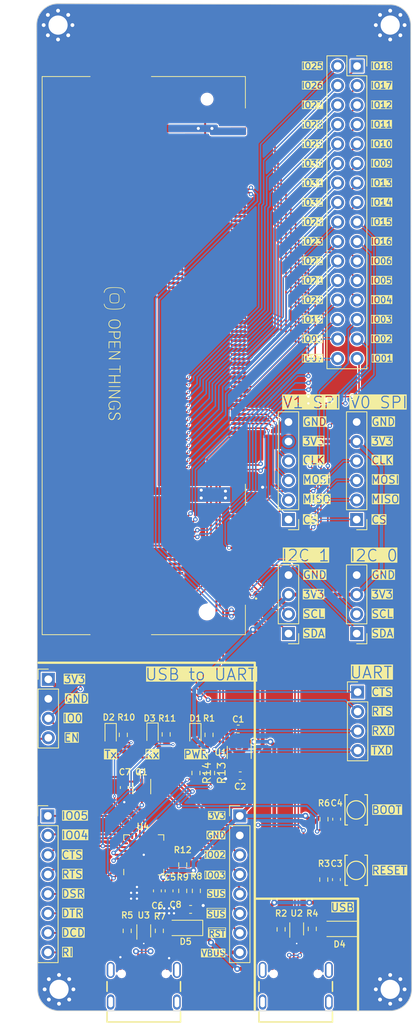
<source format=kicad_pcb>
(kicad_pcb (version 20221018) (generator pcbnew)
  (layers (0 "F.Cu" signal) (31 "B.Cu" signal) (34 "B.Paste" user) (35 "F.Paste" user) (36 "B.SilkS" user "B.Silkscreen") (37 "F.SilkS" user "F.Silkscreen") (38 "B.Mask" user) (39 "F.Mask" user) (44 "Edge.Cuts" user))
  (net 0 "")
  (net 1 "+5V")
  (net 3 "/usb-ports/VBUSB")
  (net 5 "Net-(U4-VBUS)")
  (net 7 "Net-(D1-A)")
  (net 8 "/SDA0")
  (net 9 "/SCL0")
  (net 11 "/SDA1")
  (net 13 "/SCL1")
  (net 14 "/V0SPI_CS")
  (net 15 "/E1_IO0_00")
  (net 17 "/E1_IO0_01")
  (net 19 "/V0SPI_MISO")
  (net 20 "/V0SPI_MOSI")
  (net 21 "/E1_IO0_02")
  (net 22 "/E1_IO0_03")
  (net 24 "/V0SPI_CLK")
  (net 25 "/V1SPI_CS")
  (net 26 "/V1SPI_MISO")
  (net 27 "/V1SPI_MOSI")
  (net 28 "/E1_IO0_04")
  (net 29 "/V1SPI_CLK")
  (net 30 "/E1_IO0_05")
  (net 31 "/ESP_USB_D+")
  (net 32 "/ESP_USB_D-")
  (net 33 "Net-(D2-K)")
  (net 34 "/E1_IO0_06")
  (net 35 "Net-(D3-K)")
  (net 36 "/E1_IO0_07")
  (net 37 "Net-(J6-CC1)")
  (net 38 "/usb-ports/USB_D-")
  (net 39 "/usb-ports/USB_D+")
  (net 41 "Net-(J6-CC2)")
  (net 45 "/E1_IO1_07")
  (net 46 "/E2_IO0_02")
  (net 47 "/E1_IO1_06")
  (net 48 "/E2_IO0_03")
  (net 51 "/usb-ports/CP_D-")
  (net 52 "/E2_IO0_04")
  (net 53 "/usb-ports/CP_D+")
  (net 54 "/E2_IO0_05")
  (net 55 "Net-(J7-CC1)")
  (net 57 "Net-(J7-CC2)")
  (net 58 "/E2_IO0_06")
  (net 59 "/GPIO15{slash}RTS")
  (net 60 "/E2_IO0_07")
  (net 63 "/usb-to-uart/DTR")
  (net 64 "/E2_IO1_07")
  (net 65 "/usb-to-uart/RTS")
  (net 66 "/E2_IO1_06")
  (net 67 "/GPIO16{slash}CTS")
  (net 68 "/usb-to-uart/TXT{slash}GPIO00")
  (net 69 "/usb-to-uart/RXT{slash}GPIO01")
  (net 70 "/E2_IO1_05")
  (net 72 "/E2_IO1_04")
  (net 74 "/usb-to-uart/DCD")
  (net 75 "/E1_IO1_05")
  (net 76 "/E2_IO1_03")
  (net 77 "/E1_IO1_04")
  (net 78 "/E2_IO1_02")
  (net 79 "/usb-to-uart/RI")
  (net 81 "/E1_IO1_00")
  (net 82 "/E2_IO1_01")
  (net 83 "/E1_IO1_01")
  (net 84 "/E2_IO1_00")
  (net 85 "/usb-to-uart/~{SUSPEND}")
  (net 86 "/usb-to-uart/SUSPEND")
  (net 87 "/E1_IO1_02")
  (net 89 "/E1_IO1_03")
  (net 91 "/usb-to-uart/CHREN")
  (net 92 "/usb-to-uart/CHR1")
  (net 93 "/E2_IO0_00")
  (net 95 "/E2_IO0_01")
  (net 97 "/usb-to-uart/CHR0")
  (net 98 "/usb-to-uart/GPIO03")
  (net 103 "/usb-to-uart/GPIO02")
  (net 104 "/usb-to-uart/GPIO06")
  (net 109 "/usb-to-uart/GPIO05")
  (net 110 "/usb-to-uart/GPIO04")
  (net 115 "/usb-to-uart/CTS")
  (net 116 "/usb-to-uart/DSR")
  (net 174 "+3V3")
  (net 175 "GND")
  (net 176 "/EN")
  (net 178 "VBUS")
  (net 179 "/IO0")
  (net 180 "/D+")
  (net 181 "/D-")
  (net 182 "/TXD_ESP")
  (net 183 "/RXD_ESP")
  (net 185 "/usb-to-uart/~{RST}")
  (net 186 "/usb-to-uart/TXD")
  (net 187 "/usb-to-uart/RXD")
  (footprint "Resistor_SMD:R_0603_1608Metric" (layer "F.Cu") (at 112.830205 153.148547 90)
    (fp_text reference "R9")
    (fp_text value "47.5k")
  )
  (footprint "Package_TO_SOT_SMD:SOT-666" (layer "F.Cu") (at 107.750205 158.355547 90)
    (fp_text reference "U3")
    (fp_text value "USBLC6-2P6")
  )
  (footprint "Diode_SMD:D_SOD-123" (layer "F.Cu") (at 133.276205 158.101547 180)
    (fp_text reference "D4")
    (fp_text value "1N5819HW-7-F")
  )
  (footprint "Capacitor_SMD:C_0603_1608Metric" (layer "F.Cu") (at 105.210205 139.686547 -90)
    (fp_text reference "C7")
    (fp_text value "1uF")
  )
  (footprint "LED_SMD:LED_0603_1608Metric" (layer "F.Cu") (at 108.893205 132.765547 -90)
    (fp_text reference "D3")
    (fp_text value "LED_GREEN_RX")
  )
  (footprint "MountingHole:MountingHole_2.5mm_Pad_Via" (layer "F.Cu") (at 139.881205 165.975547 -90)
    (fp_text reference "H3" hide)
    (fp_text value "MH/DNP")
  )
  (footprint "Connector_PinHeader_2.54mm:PinHeader_1x08_P2.54mm_Vertical" (layer "F.Cu") (at 95.25 143.383)
    (fp_text reference "J10" hide)
    (fp_text value "Conn_01x08_Pin")
  )
  (footprint "LED_SMD:LED_0603_1608Metric" (layer "F.Cu") (at 114.481205 132.828547 -90)
    (fp_text reference "D1")
    (fp_text value "PWR_RED")
  )
  (footprint "Resistor_SMD:R_0603_1608Metric" (layer "F.Cu") (at 112.830205 149.719547 -90)
    (fp_text reference "R12")
    (fp_text value "1k")
  )
  (footprint "SKRKAEE020:SKRKAEE020" (layer "F.Cu") (at 135.436205 142.607547 -90)
    (fp_text reference "SW2" hide)
    (fp_text value "SW_Push")
  )
  (footprint "Capacitor_SMD:C_0603_1608Metric" (layer "F.Cu") (at 120.069205 132.066547)
    (fp_text reference "C1")
    (fp_text value "1uF")
  )
  (footprint "Resistor_SMD:R_0603_1608Metric" (layer "F.Cu") (at 125.656205 158.165547 -90)
    (fp_text reference "R2")
    (fp_text value "5k1")
  )
  (footprint "Package_DFN_QFN:QFN-28-1EP_5x5mm_P0.5mm_EP3.35x3.35mm" (layer "F.Cu") (at 107.750205 148.449547 90)
    (fp_text reference "U4")
    (fp_text value "CP2102N-Axx-xQFN28")
  )
  (footprint "MountingHole:MountingHole_2.5mm_Pad_Via" (layer "F.Cu") (at 96.574205 40.372547 -90)
    (fp_text reference "H2" hide)
    (fp_text value "MH/DNP")
  )
  (footprint "Capacitor_SMD:C_0603_1608Metric" (layer "F.Cu") (at 132.870205 151.678547 90)
    (fp_text reference "C3")
    (fp_text value "0.1uF")
  )
  (footprint "Connector_PinHeader_2.54mm:PinHeader_1x04_P2.54mm_Vertical" (layer "F.Cu") (at 135.509 119.634 180)
    (fp_text reference "J3" hide)
    (fp_text value "Conn_01x04_Pin")
  )
  (footprint "Capacitor_SMD:C_0603_1608Metric" (layer "F.Cu") (at 111.052205 153.148547 -90)
    (fp_text reference "C5")
    (fp_text value "10uF")
  )
  (footprint "Resistor_SMD:R_0603_1608Metric" (layer "F.Cu") (at 105.083205 132.828547 90)
    (fp_text reference "R10")
    (fp_text value "1k")
  )
  (footprint "Resistor_SMD:R_0603_1608Metric" (layer "F.Cu") (at 131.245205 143.814047 90)
    (fp_text reference "R6")
    (fp_text value "10k")
  )
  (footprint "Resistor_SMD:R_0603_1608Metric" (layer "F.Cu") (at 105.591205 158.355547 -90)
    (fp_text reference "R5")
    (fp_text value "5k1")
  )
  (footprint "Capacitor_SMD:C_0603_1608Metric" (layer "F.Cu") (at 120.323205 138.162547 180)
    (fp_text reference "C2")
    (fp_text value "1uF")
  )
  (footprint "1612618-4:16126184" (layer "F.Cu") (at 107.750205 83.425547 90)
    (fp_text reference "J1" hide)
    (fp_text value "1612618-4" hide)
  )
  (footprint "Resistor_SMD:R_0603_1608Metric" (layer "F.Cu") (at 114.608205 153.148547 -90)
    (fp_text reference "R8")
    (fp_text value "22.1k")
  )
  (footprint "MountingHole:MountingHole_2.5mm_Pad_Via" (layer "F.Cu") (at 96.701205 165.975547 -90)
    (fp_text reference "H1" hide)
    (fp_text value "MH/DNP")
  )
  (footprint "Resistor_SMD:R_0603_1608Metric" (layer "F.Cu") (at 109.782205 158.355547 -90)
    (fp_text reference "R7")
    (fp_text value "5k1")
  )
  (footprint "LOGO" (layer "F.Cu") (at 103.940994 83.397583 -90)
    (fp_text reference "G1" hide)
    (fp_text value "LOGO" hide)
  )
  (footprint "Capacitor_SMD:C_0603_1608Metric" (layer "F.Cu") (at 132.896205 143.814047 90)
    (fp_text reference "C4")
    (fp_text value "0.1uF")
  )
  (footprint "Connector_PinHeader_2.54mm:PinHeader_1x04_P2.54mm_Vertical" (layer "F.Cu") (at 95.304205 125.589547)
    (fp_text reference "J13" hide)
    (fp_text value "Conn_01x04_Pin")
  )
  (footprint "LED_SMD:LED_0603_1608Metric" (layer "F.Cu") (at 103.432205 132.828547 -90)
    (fp_text reference "D2")
    (fp_text value "LED_GREEN_TX")
  )
  (footprint "Connector_PinHeader_2.54mm:PinHeader_1x04_P2.54mm_Vertical" (layer "F.Cu") (at 135.636 127.254)
    (fp_text reference "J9" hide)
    (fp_text value "Conn_01x04_Pin")
  )
  (footprint "Capacitor_SMD:C_0603_1608Metric" (layer "F.Cu") (at 109.528205 153.148547 -90)
    (fp_text reference "C6")
    (fp_text value "0.1uF")
  )
  (footprint "Connector_PinHeader_2.54mm:PinHeader_1x06_P2.54mm_Vertical" (layer "F.Cu") (at 126.619 104.775 180)
    (fp_text reference "J2" hide)
    (fp_text value "Conn_01x06_Pin")
  )
  (footprint "Resistor_SMD:R_0603_1608Metric" (layer "F.Cu") (at 110.671205 132.765547 90)
    (fp_text reference "R11")
    (fp_text value "1k")
  )
  (footprint "USB4105-GF-A:GCT_USB4105-GF-A" (layer "F.Cu") (at 127.562205 167.626547)
    (fp_text reference "J6" hide)
    (fp_text value "USB4105-GF-A")
  )
  (footprint "Resistor_SMD:R_0603_1608Metric" (layer "F.Cu") (at 131.219205 151.678547 90)
    (fp_text reference "R3")
    (fp_text value "10k")
  )
  (footprint "Connector_PinHeader_2.54mm:PinHeader_1x06_P2.54mm_Vertical" (layer "F.Cu") (at 135.509 104.775 180)
    (fp_text reference "J12" hide)
    (fp_text value "Conn_01x06_Pin")
  )
  (footprint "Resistor_SMD:R_0603_1608Metric" (layer "F.Cu") (at 114.554 137.795 -90)
    (fp_text reference "R14")
    (fp_text value "0R")
  )
  (footprint "Resistor_SMD:R_0603_1608Metric" (layer "F.Cu") (at 116.459 137.795 -90)
    (fp_text reference "R13")
    (fp_text value "0R")
  )
  (footprint "Diode_SMD:D_SOD-123" (layer "F.Cu") (at 113.083205 157.974547 180)
    (fp_text reference "D5")
    (fp_text value "1N5819HW-7-F")
  )
  (footprint "Package_TO_SOT_SMD:SOT-23-5" (layer "F.Cu") (at 120.196205 135.114547 -90)
    (fp_text reference "U1")
    (fp_text value "AP2112K-3.3")
  )
  (footprint "Connector_PinHeader_2.54mm:PinHeader_1x08_P2.54mm_Vertical" (layer "F.Cu") (at 120.269 143.383)
    (fp_text reference "J5" hide)
    (fp_text value "Conn_01x08_Pin")
  )
  (footprint "Package_TO_SOT_SMD:SOT-666" (layer "F.Cu") (at 127.688205 158.101547 90)
    (fp_text reference "U2")
    (fp_text value "USBLC6-2P6")
  )
  (footprint "Capacitor_SMD:C_0603_1608Metric" (layer "F.Cu") (at 113.859205 155.561547)
    (fp_text reference "C8")
    (fp_text value "1uF")
  )
  (footprint "SKRKAEE020:SKRKAEE020" (layer "F.Cu") (at 135.436205 150.481547 -90)
    (fp_text reference "SW1" hide)
    (fp_text value "SW_Push")
  )
  (footprint "Connector_PinHeader_2.54mm:PinHeader_1x04_P2.54mm_Vertical" (layer "F.Cu") (at 126.619 119.634 180)
    (fp_text reference "J4" hide)
    (fp_text value "Conn_01x04_Pin")
  )
  (footprint "Package_TO_SOT_SMD:SOT-363_SC-70-6" (layer "F.Cu") (at 107.496205 139.813547 -90)
    (fp_text reference "Q1")
    (fp_text value "UMH3N")
  )
  (footprint "Resistor_SMD:R_0603_1608Metric" (layer "F.Cu") (at 129.720205 158.101547 -90)
    (fp_text reference "R4")
    (fp_text value "5k1")
  )
  (footprint "Resistor_SMD:R_0603_1608Metric" (layer "F.Cu") (at 116.259205 132.828547 -90)
    (fp_text reference "R1")
    (fp_text value "1k")
  )
  (footprint "USB4105-GF-A:GCT_USB4105-GF-A" (layer "F.Cu") (at 107.750205 167.626547)
    (fp_text reference "J7" hide)
    (fp_text value "USB4105-GF-A")
  )
  (footprint "MountingHole:MountingHole_2.5mm_Pad_Via" (layer "F.Cu") (at 139.881205 40.372547 -90)
    (fp_text reference "H4" hide)
    (fp_text value "MH/DNP")
  )
  (footprint "Connector_PinHeader_2.54mm:PinHeader_2x16_P2.54mm_Vertical" (layer "B.Cu") (at 135.563205 45.706547 180)
    (fp_text reference "J8" hide)
    (fp_text value "Conn_02x16_Odd_Even")
  )
  (gr_line (start 122.228205 123.430547) (end 94.034205 123.430547) (stroke (width 0.3)) (layer "F.SilkS"))
  (gr_line (start 135.690205 154.164547) (end 122.355205 154.164547) (stroke (width 0.3)) (layer "F.SilkS"))
  (gr_line (start 122.228205 168.642547) (end 122.228205 123.430547) (stroke (width 0.3)) (layer "F.SilkS"))
  (gr_line (start 135.690205 168.642547) (end 135.690205 154.164547) (stroke (width 0.3)) (layer "F.SilkS"))
  (gr_arc (start 142.675205 166.102546) (mid 141.813479 167.997645) (end 139.881206 168.77243) (stroke (width 0.1)) (layer "Edge.Cuts"))
  (gr_line (start 96.574205 37.578547) (end 139.754206 37.705546) (stroke (width 0.1)) (layer "Edge.Cuts"))
  (gr_arc (start 96.701205 168.769547) (mid 94.725549 167.951203) (end 93.907205 165.975547) (stroke (width 0.1)) (layer "Edge.Cuts"))
  (gr_arc (start 93.780205 40.372547) (mid 94.598549 38.396891) (end 96.574205 37.578547) (stroke (width 0.1)) (layer "Edge.Cuts"))
  (gr_line (start 142.551228 40.372546) (end 142.675205 166.102546) (stroke (width 0.1)) (layer "Edge.Cuts"))
  (gr_line (start 139.881206 168.77243) (end 96.701205 168.769547) (stroke (width 0.1)) (layer "Edge.Cuts"))
  (gr_arc (start 139.754206 37.705546) (mid 141.723748 38.440176) (end 142.551228 40.372546) (stroke (width 0.1)) (layer "Edge.Cuts"))
  (gr_line (start 93.907205 165.975547) (end 93.780205 40.372547) (stroke (width 0.1)) (layer "Edge.Cuts"))
  (gr_text "IO14" (at 138.738205 63.486547) (layer "F.SilkS" knockout) (effects (font (size 0.8 0.8) (thickness 0.15) bold)))
  (gr_text "IO29" (at 129.721205 55.866547) (layer "F.SilkS" knockout) (effects (font (size 0.8 0.8) (thickness 0.15) bold)))
  (gr_text "GND" (at 138.989237 92.061547) (layer "F.SilkS" knockout) (effects (font (size 1 1))))
  (gr_text "IO24" (at 129.721205 66.026547) (layer "F.SilkS" knockout) (effects (font (size 0.8 0.8) (thickness 0.15) bold)))
  (gr_text "3V3" (at 117.278095 143.369547) (layer "F.SilkS" knockout) (effects (font (size 0.8 0.8) (thickness 0.15) bold)))
  (gr_text "GND" (at 130.048 92.061547) (layer "F.SilkS" knockout) (effects (font (size 1 1))))
  (gr_text "IO18" (at 138.738205 45.706547) (layer "F.SilkS" knockout) (effects (font (size 0.8 0.8) (thickness 0.15) bold)))
  (gr_text "CS" (at 137.340428 105.396547) (layer "F.SilkS" knockout) (effects (font (size 1 1)) (justify left bottom)))
  (gr_text "IO07" (at 129.721205 83.806547) (layer "F.SilkS" knockout) (effects (font (size 0.8 0.8) (thickness 0.15) bold)))
  (gr_text "RTS" (at 98.409048 150.989547) (layer "F.SilkS" knockout) (effects (font (size 1 1))))
  (gr_text "IO05" (at 98.76619 143.369547) (layer "F.SilkS" knockout) (effects (font (size 1 1))))
  (gr_text "IO15" (at 138.738205 66.026547) (layer "F.SilkS" knockout) (effects (font (size 0.8 0.8) (thickness 0.15) bold)))
  (gr_text "IO19" (at 129.721205 78.726547) (layer "F.SilkS" knockout) (effects (font (size 0.8 0.8) (thickness 0.15) bold)))
  (gr_text "~{RST}" (at 117.297142 158.736547) (layer "F.SilkS" knockout) (effects (font (size 0.8 0.8) (thickness 0.15) bold)))
  (gr_text "IO03" (at 117.011428 151.116547) (layer "F.SilkS" knockout) (effects (font (size 0.8 0.8) (thickness 0.15) bold)))
  (gr_text "Tx" (at 103.432205 135.382) (layer "F.SilkS" knockout) (effects (font (size 1 1))))
  (gr_text "~{SUS}" (at 117.201904 156.196547) (layer "F.SilkS" knockout) (effects (font (size 0.8 0.8) (thickness 0.15) bold)))
  (gr_text "IO23" (at 129.721205 68.566547) (layer "F.SilkS" knockout) (effects (font (size 0.8 0.8) (thickness 0.15) bold)))
  (gr_text "CS" (at 128.399191 105.396547) (layer "F.SilkS" knockout) (effects (font (size 1 1)) (justify left bottom)))
  (gr_text "3V3" (at 138.84638 94.601547) (layer "F.SilkS" knockout) (effects (font (size 1 1))))
  (gr_text "IO04" (at 98.76619 145.909547) (layer "F.SilkS" knockout) (effects (font (size 1 1))))
  (gr_text "RTS" (at 138.811 129.780547) (layer "F.SilkS" knockout) (effects (font (size 1 1))))
  (gr_text "GND" (at 117.163809 145.909547) (layer "F.SilkS" knockout) (effects (font (size 0.8 0.8) (thickness 0.15) bold)))
  (gr_text "GND" (at 98.987205 128.129547) (layer "F.SilkS" knockout) (effects (font (size 1 1))))
  (gr_text "RXD" (at 138.930047 132.320547) (layer "F.SilkS" knockout) (effects (font (size 1 1))))
  (gr_text "IO20" (at 129.721205 76.186547) (layer "F.SilkS" knockout) (effects (font (size 0.8 0.8) (thickness 0.15) bold)))
  (gr_text "RI" (at 97.79 161.163) (layer "F.SilkS" knockout) (effects (font (size 1 1))))
  (gr_text "DTR" (at 98.432857 156.069547) (layer "F.SilkS" knockout) (effects (font (size 1 1))))
  (gr_text "SCL" (at 129.905143 117.080547) (layer "F.SilkS" knockout) (effects (font (size 1 1))))
  (gr_text "3V3" (at 138.84638 114.540547) (layer "F.SilkS" knockout) (effects (font (size 1 1))))
  (gr_text "PWR" (at 114.554 135.382) (layer "F.SilkS" knockout) (effects (font (size 1 1))))
  (gr_text "GND" (at 130.048 112.000547) (layer "F.SilkS" knockout) (effects (font (size 1 1))))
  (gr_text "IO06" (at 138.738205 71.106547) (layer "F.SilkS" knockout) (effects (font (size 0.8 0.8) (thickness 0.15) bold)))
  (gr_text "USB" (at 133.658205 155.307547) (layer "F.SilkS" knockout) (effects (font (size 1 1))))
  (gr_text "CLK" (at 128.399191 97.649547) (layer "F.SilkS" knockout) (effects (font (size 1 1)) (justify left bottom)))
  (gr_text "V1 SPI" (at 125.784205 90.410547) (layer "F.SilkS" knockout) (effects (font (size 1.5 1.5)) (justify left bottom)))
  (gr_text "SCL" (at 138.84638 117.080547) (layer "F.SilkS" knockout) (effects (font (size 1 1))))
  (gr_text "IO16" (at 138.738205 68.566547) (layer "F.SilkS" knockout) (effects (font (size 0.8 0.8) (thickness 0.15) bold)))
  (gr_text "MOSI" (at 128.399191 100.189547) (layer "F.SilkS" knockout) (effects (font (size 1 1)) (justify left bottom)))
  (gr_text "RESET" (at 139.754205 150.481547) (layer "F.SilkS" knockout) (effects (font (size 1 1))))
  (gr_text "3V3" (at 129.905143 94.601547) (layer "F.SilkS" knockout) (effects (font (size 1 1))))
  (gr_text "VBUS" (at 116.84 161.276547) (layer "F.SilkS" knockout) (effects (font (size 0.8 0.8) (thickness 0.15) bold)))
  (gr_text "IO13" (at 138.738205 60.946547) (layer "F.SilkS" knockout) (effects (font (size 0.8 0.8) (thickness 0.15) bold)))
  (gr_text "I2C 1" (at 125.657205 110.349547) (layer "F.SilkS" knockout) (effects (font (size 1.5 1.5)) (justify left bottom)))
  (gr_text "V0 SPI" (at 134.547205 90.410547) (layer "F.SilkS" knockout) (effects (font (size 1.5 1.5)) (justify left bottom)))
  (gr_text "IO28" (at 129.721205 53.326547) (layer "F.SilkS" knockout) (effects (font (size 0.8 0.8) (thickness 0.15) bold)))
  (gr_text "IO08" (at 129.721205 81.266547) (layer "F.SilkS" knockout) (effects (font (size 0.8 0.8) (thickness 0.15) bold)))
  (gr_text "IO32" (at 129.721205 63.486547) (layer "F.SilkS" knockout) (effects (font (size 0.8 0.8) (thickness 0.15) bold)))
  (gr_text "IO01" (at 138.811 83.806547) (layer "F.SilkS" knockout) (effects (font (size 0.8 0.8) (thickness 0.15) bold)))
  (gr_text "IO02" (at 117.011428 148.449547) (layer "F.SilkS" knockout) (effects (font (size 0.8 0.8) (thickness 0.15) bold)))
  (gr_text "IO02" (at 138.738205 81.266547) (layer "F.SilkS" knockout) (effects (font (size 0.8 0.8) (thickness 0.15) bold)))
  (gr_text "MISO" (at 128.399191 102.729547) (layer "F.SilkS" knockout) (effects (font (size 1 1)) (justify left bottom)))
  (gr_text "MOSI" (at 137.340428 100.189547) (layer "F.SilkS" knockout) (effects (font (size 1 1)) (justify left bottom)))
  (gr_text "SDA" (at 138.87019 119.620547) (layer "F.SilkS" knockout) (effects (font (size 1 1))))
  (gr_text "UART" (at 134.547205 125.589547) (layer "F.SilkS" knockout) (effects (font (size 1.5 1.5)) (justify left bottom)))
  (gr_text "IO26" (at 129.721205 48.246547) (layer "F.SilkS" knockout) (effects (font (size 0.8 0.8) (thickness 0.15) bold)))
  (gr_text "IO31" (at 129.721205 60.946547) (layer "F.SilkS" knockout) (effects (font (size 0.8 0.8) (thickness 0.15) bold)))
  (gr_text "IO22" (at 129.721205 71.106547) (layer "F.SilkS" knockout) (effects (font (size 0.8 0.8) (thickness 0.15) bold)))
  (gr_text "IO25" (at 129.721205 45.706547) (layer "F.SilkS" knockout) (effects (font (size 0.8 0.8) (thickness 0.15) bold)))
  (gr_text "SDA" (at 129.928953 119.620547) (layer "F.SilkS" knockout) (effects (font (size 1 1))))
  (gr_text "3V3" (at 129.905143 114.540547) (layer "F.SilkS" knockout) (effects (font (size 1 1))))
  (gr_text "IO12" (at 138.738205 50.786547) (layer "F.SilkS" knockout) (effects (font (size 0.8 0.8) (thickness 0.15) bold)))
  (gr_text "DSR" (at 98.528095 153.529547) (layer "F.SilkS" knockout) (effects (font (size 1 1))))
  (gr_text "IO11" (at 138.738205 53.326547) (layer "F.SilkS" knockout) (effects (font (size 0.8 0.8) (thickness 0.15) bold)))
  (gr_text "IO03" (at 138.738205 78.726547) (layer "F.SilkS" knockout) (effects (font (size 0.8 0.8) (thickness 0.15) bold)))
  (gr_text "IO05" (at 138.738205 73.646547) (layer "F.SilkS" knockout) (effects (font (size 0.8 0.8) (thickness 0.15) bold)))
  (gr_text "3V3" (at 98.733205 125.589547) (layer "F.SilkS" knockout) (effects (font (size 1 1))))
  (gr_text "EN" (at 98.352205 133.209547) (layer "F.SilkS" knockout) (effects (font (size 1 1))))
  (gr_text "IO0" (at 98.479205 130.669547) (layer "F.SilkS" knockout) (effects (font (size 1 1))))
  (gr_text "I2C 0" (at 134.547205 110.349547) (layer "F.SilkS" knockout) (effects (font (size 1.5 1.5)) (justify left bottom)))
  (gr_text "CTS" (at 98.409048 148.463) (layer "F.SilkS" knockout) (effects (font (size 1 1))))
  (gr_text "IO30" (at 129.721205 58.406547) (layer "F.SilkS" knockout) (effects (font (size 0.8 0.8) (thickness 0.15) bold)))
  (gr_text "SUS" (at 117.201904 153.529547) (layer "F.SilkS" knockout) (effects (font (size 0.8 0.8) (thickness 0.15) bold)))
  (gr_text "TXD" (at 138.811 134.874) (layer "F.SilkS" knockout) (effects (font (size 1 1))))
  (gr_text "IO21" (at 129.721205 73.646547) (layer "F.SilkS" knockout) (effects (font (size 0.8 0.8) (thickness 0.15) bold)))
  (gr_text "BOOT" (at 139.415685 142.607547) (layer "F.SilkS" knockout) (effects (font (size 1 1))))
  (gr_text "USB to UART" (at 115.189 124.968) (layer "F.SilkS" knockout) (effects (font (size 1.5 1.5))))
  (gr_text "IO09" (at 138.738205 58.406547) (layer "F.SilkS" knockout) (effects (font (size 0.8 0.8) (thickness 0.15) bold)))
  (gr_text "IO17" (at 138.738205 48.246547) (layer "F.SilkS" knockout) (effects (font (size 0.8 0.8) (thickness 0.15) bold)))
  (gr_text "IO27" (at 129.721205 50.786547) (layer "F.SilkS" knockout) (effects (font (size 0.8 0.8) (thickness 0.15) bold)))
  (gr_text "CTS" (at 138.811 127.254) (layer "F.SilkS" knockout) (effects (font (size 1 1))))
  (gr_text "IO04" (at 138.738205 76.186547) (layer "F.SilkS" knockout) (effects (font (size 0.8 0.8) (thickness 0.15) bold)))
  (gr_text "IO10" (at 138.738205 55.866547) (layer "F.SilkS" knockout) (effects (font (size 0.8 0.8) (thickness 0.15) bold)))
  (gr_text "DCD" (at 98.551905 158.609547) (layer "F.SilkS" knockout) (effects (font (size 1 1))))
  (gr_text "GND" (at 138.989237 112.000547) (layer "F.SilkS" knockout) (effects (font (size 1 1))))
  (gr_text "Rx" (at 108.839 135.382) (layer "F.SilkS" knockout) (effects (font (size 1 1))))
  (gr_text "MISO" (at 137.340428 102.729547) (layer "F.SilkS" knockout) (effects (font (size 1 1)) (justify left bottom)))
  (gr_text "CLK" (at 137.340428 97.649547) (layer "F.SilkS" knockout) (effects (font (size 1 1)) (justify left bottom)))
  (segment (start 121.405706 133.717546) (end 122.101206 133.717546) (width 0.5) (layer "F.Cu") (net 1))
  (segment (start 124.768205 134.225547) (end 124.260205 133.717547) (width 0.5) (layer "F.Cu") (net 1))
  (segment (start 116.513205 159.879547) (end 116.513205 159.754547) (width 0.5) (layer "F.Cu") (net 1))
  (segment (start 132.895205 154.672547) (end 129.340205 154.672547) (width 0.5) (layer "F.Cu") (net 1))
  (segment (start 121.146205 133.977047) (end 121.405706 133.717546) (width 0.5) (layer "F.Cu") (net 1))
  (segment (start 116.513205 159.754547) (end 114.733205 157.974547) (width 0.5) (layer "F.Cu") (net 1))
  (segment (start 119.942205 163.308547) (end 120.450205 163.308547) (width 0.5) (layer "F.Cu") (net 1))
  (segment (start 124.768205 154.672547) (end 124.768205 134.225547) (width 0.5) (layer "F.Cu") (net 1))
  (segment (start 119.246205 133.977047) (end 119.246205 132.114547) (width 0.5) (layer "F.Cu") (net 1))
  (segment (start 119.246205 133.977047) (end 119.246205 134.538075) (width 0.5) (layer "F.Cu") (net 1))
  (segment (start 123.244205 160.514547) (end 123.244205 156.196547) (width 0.5) (layer "F.Cu") (net 1))
  (segment (start 119.797677 135.089547) (end 120.594733 135.089547) (width 0.5) (layer "F.Cu") (net 1))
  (segment (start 121.146205 134.538075) (end 121.146205 133.977047) (width 0.5) (layer "F.Cu") (net 1))
  (segment (start 119.246205 132.114547) (end 119.294205 132.066547) (width 0.5) (layer "F.Cu") (net 1))
  (segment (start 120.450205 163.308547) (end 123.244205 160.514547) (width 0.5) (layer "F.Cu") (net 1))
  (segment (start 120.594733 135.089547) (end 121.146205 134.538075) (width 0.5) (layer "F.Cu") (net 1))
  (segment (start 119.246205 134.538075) (end 119.797677 135.089547) (width 0.5) (layer "F.Cu") (net 1))
  (segment (start 134.926205 158.101547) (end 134.926205 156.703547) (width 0.5) (layer "F.Cu") (net 1))
  (segment (start 134.926205 156.703547) (end 132.895205 154.672547) (width 0.5) (layer "F.Cu") (net 1))
  (segment (start 123.244205 156.196547) (end 124.768205 154.672547) (width 0.5) (layer "F.Cu") (net 1))
  (via (at 124.260205 133.717547) (size 0.8) (drill 0.4) (layers "F.Cu" "B.Cu") (net 1))
  (via (at 116.513205 159.879547) (size 0.8) (drill 0.4) (layers "F.Cu" "B.Cu") (net 1))
  (via (at 129.340205 154.672547) (size 0.8) (drill 0.4) (layers "F.Cu" "B.Cu") (net 1))
  (via (at 124.768205 154.672547) (size 0.8) (drill 0.4) (layers "F.Cu" "B.Cu") (net 1))
  (via (at 119.942205 163.308547) (size 0.8) (drill 0.4) (layers "F.Cu" "B.Cu") (net 1))
  (via (at 122.101206 133.717546) (size 0.8) (drill 0.4) (layers "F.Cu" "B.Cu") (net 1))
  (segment (start 122.101207 133.717547) (end 122.101206 133.717546) (width 0.5) (layer "B.Cu") (net 1))
  (segment (start 116.513205 159.879547) (end 119.942205 163.308547) (width 0.5) (layer "B.Cu") (net 1))
  (segment (start 124.260205 133.717547) (end 122.101207 133.717547) (width 0.5) (layer "B.Cu") (net 1))
  (segment (start 129.340205 154.672547) (end 124.768205 154.672547) (width 0.5) (layer "B.Cu") (net 1))
  (segment (start 127.688205 157.751547) (end 128.038205 158.101547) (width 0.2) (layer "F.Cu") (net 3))
  (segment (start 129.962205 160.078786) (end 131.626205 158.414786) (width 0.5) (layer "F.Cu") (net 3))
  (segment (start 131.626205 158.414786) (end 131.626205 158.101547) (width 0.5) (layer "F.Cu") (net 3))
  (segment (start 129.962205 162.998547) (end 129.962205 160.078786) (width 0.5) (layer "F.Cu") (net 3))
  (segment (start 128.038205 158.101547) (end 131.626205 158.101547) (width 0.2) (layer "F.Cu") (net 3))
  (segment (start 127.688205 157.176547) (end 127.688205 157.751547) (width 0.2) (layer "F.Cu") (net 3))
  (segment (start 110.200205 149.949547) (end 110.456205 149.949547) (width 0.25) (layer "F.Cu") (net 5))
  (segment (start 113.084205 155.561547) (end 113.580205 155.065547) (width 0.25) (layer "F.Cu") (net 5))
  (segment (start 113.580205 153.073547) (end 112.830205 152.323547) (width 0.25) (layer "F.Cu") (net 5))
  (segment (start 110.456205 149.949547) (end 112.830205 152.323547) (width 0.25) (layer "F.Cu") (net 5))
  (segment (start 113.580205 155.065547) (end 113.580205 153.073547) (width 0.25) (layer "F.Cu") (net 5))
  (segment (start 112.830205 152.323547) (end 114.608205 152.323547) (width 0.25) (layer "F.Cu") (net 5))
  (segment (start 114.481205 133.616047) (end 116.093705 132.003547) (width 0.2) (layer "F.Cu") (net 7))
  (segment (start 116.093705 132.003547) (end 116.259205 132.003547) (width 0.2) (layer "F.Cu") (net 7))
  (segment (start 120.100205 114.475547) (end 121.528205 114.475547) (width 0.2) (layer "F.Cu") (net 8))
  (segment (start 121.528205 114.475547) (end 121.847205 114.794547) (width 0.2) (layer "F.Cu") (net 8))
  (via (at 121.847205 114.794547) (size 0.4) (drill 0.2) (layers "F.Cu" "B.Cu") (net 8))
  (segment (start 127.823205 111.626547) (end 135.563205 119.366547) (width 0.2) (layer "B.Cu") (net 8))
  (segment (start 125.784205 110.476547) (end 126.775551 110.476547) (width 0.2) (layer "B.Cu") (net 8))
  (segment (start 126.775551 110.476547) (end 127.823205 111.524201) (width 0.2) (layer "B.Cu") (net 8))
  (segment (start 135.563205 119.366547) (end 135.563205 119.610547) (width 0.2) (layer "B.Cu") (net 8))
  (segment (start 121.847205 114.794547) (end 123.244205 113.397547) (width 0.2) (layer "B.Cu") (net 8))
  (segment (start 123.244205 113.016547) (end 125.784205 110.476547) (width 0.2) (layer "B.Cu") (net 8))
  (segment (start 127.823205 111.524201) (end 127.823205 111.626547) (width 0.2) (layer "B.Cu") (net 8))
  (segment (start 123.244205 113.397547) (end 123.244205 113.016547) (width 0.2) (layer "B.Cu") (net 8))
  (segment (start 121.690205 113.875547) (end 121.847205 114.032547) (width 0.2) (layer "F.Cu") (net 9))
  (segment (start 120.100205 113.875547) (end 121.690205 113.875547) (width 0.2) (layer "F.Cu") (net 9))
  (via (at 121.847205 114.032547) (size 0.4) (drill 0.2) (layers "F.Cu" "B.Cu") (net 9))
  (segment (start 128.569694 110.077036) (end 135.563205 117.070547) (width 0.2) (layer "B.Cu") (net 9))
  (segment (start 125.491723 110.077036) (end 128.569694 110.077036) (width 0.2) (layer "B.Cu") (net 9))
  (segment (start 121.847205 114.032547) (end 121.847205 113.721554) (width 0.2) (layer "B.Cu") (net 9))
  (segment (start 121.847205 113.721554) (end 125.491723 110.077036) (width 0.2) (layer "B.Cu") (net 9))
  (segment (start 121.300205 112.675547) (end 125.349 116.724342) (width 0.2) (layer "F.Cu") (net 11))
  (segment (start 120.100205 112.675547) (end 121.300205 112.675547) (width 0.2) (layer "F.Cu") (net 11))
  (segment (start 125.349 118.296342) (end 126.673205 119.620547) (width 0.2) (layer "F.Cu") (net 11))
  (segment (start 125.349 116.724342) (end 125.349 118.296342) (width 0.2) (layer "F.Cu") (net 11))
  (segment (start 120.100205 112.075547) (end 121.668205 112.075547) (width 0.2) (layer "F.Cu") (net 13))
  (segment (start 121.668205 112.075547) (end 126.673205 117.080547) (width 0.2) (layer "F.Cu") (net 13))
  (segment (start 120.100205 107.275547) (end 128.350205 107.275547) (width 0.2) (layer "F.Cu") (net 14))
  (segment (start 128.350205 107.275547) (end 129.848205 105.777547) (width 0.2) (layer "F.Cu") (net 14))
  (via (at 129.848205 105.777547) (size 0.6) (drill 0.3) (layers "F.Cu" "B.Cu") (net 14))
  (segment (start 130.864205 104.761547) (end 135.456205 104.761547) (width 0.2) (layer "B.Cu") (net 14))
  (segment (start 129.848205 105.777547) (end 130.864205 104.761547) (width 0.2) (layer "B.Cu") (net 14))
  (segment (start 120.100205 110.875547) (end 121.255205 110.875547) (width 0.2) (layer "F.Cu") (net 15))
  (segment (start 131.753205 106.653507) (end 131.753205 97.776547) (width 0.2) (layer "F.Cu") (net 15))
  (segment (start 121.400205 110.730547) (end 127.676165 110.730547) (width 0.2) (layer "F.Cu") (net 15))
  (segment (start 135.817205 83.913547) (end 135.710205 83.806547) (width 0.2) (layer "F.Cu") (net 15))
  (segment (start 132.007205 92.569547) (end 135.817205 88.759547) (width 0.2) (layer "F.Cu") (net 15))
  (segment (start 135.817205 88.759547) (end 135.817205 83.913547) (width 0.2) (layer "F.Cu") (net 15))
  (segment (start 121.255205 110.875547) (end 121.400205 110.730547) (width 0.2) (layer "F.Cu") (net 15))
  (segment (start 127.676165 110.730547) (end 131.753205 106.653507) (width 0.2) (layer "F.Cu") (net 15))
  (via (at 131.753205 97.776547) (size 0.6) (drill 0.3) (layers "F.Cu" "B.Cu") (net 15))
  (via (at 132.007205 92.569547) (size 0.6) (drill 0.3) (layers "F.Cu" "B.Cu") (net 15))
  (segment (start 131.753205 92.823547) (end 131.753205 97.776547) (width 0.2) (layer "B.Cu") (net 15))
  (segment (start 132.007205 92.569547) (end 131.753205 92.823547) (width 0.2) (layer "B.Cu") (net 15))
  (segment (start 121.720205 109.968547) (end 127.873185 109.968547) (width 0.2) (layer "F.Cu") (net 17))
  (segment (start 130.847206 97.886548) (end 130.737205 97.776547) (width 0.2) (layer "F.Cu") (net 17))
  (segment (start 127.873185 109.968547) (end 130.847206 106.994526) (width 0.2) (layer "F.Cu") (net 17))
  (segment (start 121.413205 110.275547) (end 121.720205 109.968547) (width 0.2) (layer "F.Cu") (net 17))
  (segment (start 130.847206 106.994526) (end 130.847206 97.886548) (width 0.2) (layer "F.Cu") (net 17))
  (segment (start 120.100205 110.275547) (end 121.413205 110.275547) (width 0.2) (layer "F.Cu") (net 17))
  (via (at 130.737205 97.776547) (size 0.6) (drill 0.3) (layers "F.Cu" "B.Cu") (net 17))
  (segment (start 136.960205 84.511567) (end 131.245205 90.226567) (width 0.2) (layer "B.Cu") (net 17))
  (segment (start 131.245205 90.226567) (end 131.245205 97.268547) (width 0.2) (layer "B.Cu") (net 17))
  (segment (start 135.710205 81.266547) (end 136.960205 82.516547) (width 0.2) (layer "B.Cu") (net 17))
  (segment (start 131.245205 97.268547) (end 130.737205 97.776547) (width 0.2) (layer "B.Cu") (net 17))
  (segment (start 136.960205 82.516547) (end 136.960205 84.511567) (width 0.2) (layer "B.Cu") (net 17))
  (segment (start 120.100205 106.675547) (end 127.426205 106.675547) (width 0.2) (layer "F.Cu") (net 19))
  (segment (start 127.426205 106.675547) (end 129.848205 104.253547) (width 0.2) (layer "F.Cu") (net 19))
  (via (at 129.848205 104.253547) (size 0.6) (drill 0.3) (layers "F.Cu" "B.Cu") (net 19))
  (segment (start 131.880205 102.221547) (end 135.456205 102.221547) (width 0.2) (layer "B.Cu") (net 19))
  (segment (start 129.848205 104.253547) (end 131.880205 102.221547) (width 0.2) (layer "B.Cu") (net 19))
  (segment (start 120.100205 105.475547) (end 120.100205 105.554547) (width 0.2) (layer "F.Cu") (net 20))
  (segment (start 129.206205 103.371547) (end 129.848205 102.729547) (width 0.2) (layer "F.Cu") (net 20))
  (segment (start 125.783205 103.371547) (end 129.206205 103.371547) (width 0.2) (layer "F.Cu") (net 20))
  (segment (start 123.600205 105.554547) (end 125.783205 103.371547) (width 0.2) (layer "F.Cu") (net 20))
  (segment (start 120.100205 105.554547) (end 123.600205 105.554547) (width 0.2) (layer "F.Cu") (net 20))
  (via (at 129.848205 102.729547) (size 0.6) (drill 0.3) (layers "F.Cu" "B.Cu") (net 20))
  (segment (start 132.896205 99.681547) (end 135.456205 99.681547) (width 0.2) (layer "B.Cu") (net 20))
  (segment (start 129.848205 102.729547) (end 132.896205 99.681547) (width 0.2) (layer "B.Cu") (net 20))
  (segment (start 120.100205 109.075547) (end 128.201205 109.075547) (width 0.2) (layer "F.Cu") (net 21))
  (segment (start 130.447705 98.802797) (end 129.421455 97.776547) (width 0.2) (layer "F.Cu") (net 21))
  (segment (start 130.447705 106.829047) (end 130.447705 98.802797) (width 0.2) (layer "F.Cu") (net 21))
  (segment (start 128.201205 109.075547) (end 130.447705 106.829047) (width 0.2) (layer "F.Cu") (net 21))
  (via (at 129.421455 97.776547) (size 0.6) (drill 0.3) (layers "F.Cu" "B.Cu") (net 21))
  (segment (start 134.420205 84.422893) (end 130.645705 88.197393) (width 0.2) (layer "B.Cu") (net 21))
  (segment (start 130.645705 88.197393) (end 130.645705 96.552297) (width 0.2) (layer "B.Cu") (net 21))
  (segment (start 134.420205 80.016547) (end 134.420205 84.422893) (width 0.2) (layer "B.Cu") (net 21))
  (segment (start 135.710205 78.726547) (end 134.420205 80.016547) (width 0.2) (layer "B.Cu") (net 21))
  (segment (start 130.645705 96.552297) (end 129.421455 97.776547) (width 0.2) (layer "B.Cu") (net 21))
  (segment (start 132.453859 75.036547) (end 134.560205 75.036547) (width 0.2) (layer "F.Cu") (net 22))
  (segment (start 134.560205 75.036547) (end 135.710205 76.186547) (width 0.2) (layer "F.Cu") (net 22))
  (segment (start 131.118205 85.965547) (end 131.118205 76.372201) (width 0.2) (layer "F.Cu") (net 22))
  (segment (start 118.872 108.475547) (end 120.100205 108.475547) (width 0.2) (layer "F.Cu") (net 22))
  (segment (start 129.213205 87.870547) (end 131.118205 85.965547) (width 0.2) (layer "F.Cu") (net 22))
  (segment (start 131.118205 76.372201) (end 132.453859 75.036547) (width 0.2) (layer "F.Cu") (net 22))
  (via (at 129.213205 87.870547) (size 0.6) (drill 0.3) (layers "F.Cu" "B.Cu") (net 22))
  (via (at 118.872 108.475547) (size 0.5) (drill 0.3) (layers "F.Cu" "B.Cu") (net 22))
  (segment (start 118.364 107.967547) (end 118.364 105.069752) (width 0.2) (layer "B.Cu") (net 22))
  (segment (start 127.181205 87.870547) (end 129.213205 87.870547) (width 0.2) (layer "B.Cu") (net 22))
  (segment (start 122.355205 101.078547) (end 122.355205 92.696547) (width 0.2) (layer "B.Cu") (net 22))
  (segment (start 118.872 108.475547) (end 118.364 107.967547) (width 0.2) (layer "B.Cu") (net 22))
  (segment (start 122.355205 92.696547) (end 127.181205 87.870547) (width 0.2) (layer "B.Cu") (net 22))
  (segment (start 118.364 105.069752) (end 122.355205 101.078547) (width 0.2) (layer "B.Cu") (net 22))
  (segment (start 121.300205 104.875547) (end 125.104205 101.071547) (width 0.2) (layer "F.Cu") (net 24))
  (segment (start 129.841205 101.071547) (end 129.848205 101.078547) (width 0.2) (layer "F.Cu") (net 24))
  (segment (start 120.100205 104.875547) (end 121.300205 104.875547) (width 0.2) (layer "F.Cu") (net 24))
  (segment (start 125.104205 101.071547) (end 129.841205 101.071547) (width 0.2) (layer "F.Cu") (net 24))
  (via (at 129.848205 101.078547) (size 0.6) (drill 0.3) (layers "F.Cu" "B.Cu") (net 24))
  (segment (start 129.848205 101.078547) (end 133.785205 97.141547) (width 0.2) (layer "B.Cu") (net 24))
  (segment (start 133.785205 97.141547) (end 135.456205 97.141547) (width 0.2) (layer "B.Cu") (net 24))
  (segment (start 120.100205 92.875547) (end 123.677205 92.875547) (width 0.2) (layer "F.Cu") (net 25))
  (segment (start 123.677205 92.875547) (end 124.006205 93.204547) (width 0.2) (layer "F.Cu") (net 25))
  (via (at 124.006205 93.204547) (size 0.4) (drill 0.2) (layers "F.Cu" "B.Cu") (net 25))
  (segment (start 124.006205 102.074547) (end 124.006205 93.204547) (width 0.2) (layer "B.Cu") (net 25))
  (segment (start 126.693205 104.761547) (end 124.006205 102.074547) (width 0.2) (layer "B.Cu") (net 25))
  (segment (start 124.093205 92.275547) (end 124.450705 92.633047) (width 0.2) (layer "F.Cu") (net 26))
  (segment (start 120.100205 92.275547) (end 124.093205 92.275547) (width 0.2) (layer "F.Cu") (net 26))
  (via (at 124.450705 92.633047) (size 0.4) (drill 0.2) (layers "F.Cu" "B.Cu") (net 26))
  (segment (start 124.604203 92.786545) (end 124.450705 92.633047) (width 0.2) (layer "B.Cu") (net 26))
  (segment (start 124.604203 100.132545) (end 124.604203 92.786545) (width 0.2) (layer "B.Cu") (net 26))
  (segment (start 126.693205 102.221547) (end 124.604203 100.132545) (width 0.2) (layer "B.Cu") (net 26))
  (segment (start 120.100205 91.075547) (end 123.779766 91.075547) (width 0.2) (layer "F.Cu") (net 27))
  (segment (start 123.779766 91.075547) (end 124.903705 92.199486) (width 0.2) (layer "F.Cu") (net 27))
  (via (at 124.903705 92.199486) (size 0.4) (drill 0.2) (layers "F.Cu" "B.Cu") (net 27))
  (segment (start 125.003704 92.299485) (end 124.903705 92.199486) (width 0.2) (layer "B.Cu") (net 27))
  (segment (start 125.003704 97.992046) (end 125.003704 92.299485) (width 0.2) (layer "B.Cu") (net 27))
  (segment (start 126.693205 99.681547) (end 125.003704 97.992046) (width 0.2) (layer "B.Cu") (net 27))
  (segment (start 130.102205 86.092547) (end 130.102205 74.848201) (width 0.2) (layer "F.Cu") (net 28))
  (segment (start 114.663205 106.975547) (end 114.735205 107.047547) (width 0.2) (layer "F.Cu") (net 28))
  (segment (start 134.560205 72.496547) (end 135.710205 73.646547) (width 0.2) (layer "F.Cu") (net 28))
  (segment (start 130.102205 74.848201) (end 132.453859 72.496547) (width 0.2) (layer "F.Cu") (net 28))
  (segment (start 111.900205 106.975547) (end 114.663205 106.975547) (width 0.2) (layer "F.Cu") (net 28))
  (segment (start 129.213205 86.981547) (end 130.102205 86.092547) (width 0.2) (layer "F.Cu") (net 28))
  (segment (start 132.453859 72.496547) (end 134.560205 72.496547) (width 0.2) (layer "F.Cu") (net 28))
  (via (at 129.213205 86.981547) (size 0.6) (drill 0.3) (layers "F.Cu" "B.Cu") (net 28))
  (via (at 114.735205 107.047547) (size 0.6) (drill 0.3) (layers "F.Cu" "B.Cu") (net 28))
  (segment (start 121.955704 100.913068) (end 121.955704 92.531068) (width 0.2) (layer "B.Cu") (net 28))
  (segment (start 116.220726 106.648046) (end 121.955704 100.913068) (width 0.2) (layer "B.Cu") (net 28))
  (segment (start 114.735205 107.047547) (end 115.134706 106.648046) (width 0.2) (layer "B.Cu") (net 28))
  (segment (start 121.955704 92.531068) (end 127.505225 86.981547) (width 0.2) (layer "B.Cu") (net 28))
  (segment (start 115.134706 106.648046) (end 116.220726 106.648046) (width 0.2) (layer "B.Cu") (net 28))
  (segment (start 127.505225 86.981547) (end 129.213205 86.981547) (width 0.2) (layer "B.Cu") (net 28))
  (segment (start 120.100205 90.475547) (end 124.071205 90.475547) (width 0.2) (layer "F.Cu") (net 29))
  (segment (start 124.071205 90.475547) (end 125.339705 91.744047) (width 0.2) (layer "F.Cu") (net 29))
  (via (at 125.339705 91.744047) (size 0.4) (drill 0.2) (layers "F.Cu" "B.Cu") (net 29))
  (segment (start 125.403205 95.851547) (end 125.403205 91.807547) (width 0.2) (layer "B.Cu") (net 29))
  (segment (start 125.403205 91.807547) (end 125.339705 91.744047) (width 0.2) (layer "B.Cu") (net 29))
  (segment (start 126.693205 97.141547) (end 125.403205 95.851547) (width 0.2) (layer "B.Cu") (net 29))
  (segment (start 111.900205 106.375547) (end 114.518205 106.375547) (width 0.2) (layer "F.Cu") (net 30))
  (segment (start 129.213205 86.092547) (end 129.213205 71.614547) (width 0.2) (layer "F.Cu") (net 30))
  (segment (start 134.560205 69.956547) (end 135.710205 71.106547) (width 0.2) (layer "F.Cu") (net 30))
  (segment (start 114.518205 106.375547) (end 114.735205 106.158547) (width 0.2) (layer "F.Cu") (net 30))
  (segment (start 129.213205 71.614547) (end 130.871205 69.956547) (width 0.2) (layer "F.Cu") (net 30))
  (segment (start 130.871205 69.956547) (end 134.560205 69.956547) (width 0.2) (layer "F.Cu") (net 30))
  (via (at 129.213205 86.092547) (size 0.6) (drill 0.3) (layers "F.Cu" "B.Cu") (net 30))
  (via (at 114.735205 106.158547) (size 0.6) (drill 0.3) (layers "F.Cu" "B.Cu") (net 30))
  (segment (start 114.735205 106.158547) (end 116.145245 106.158547) (width 0.2) (layer "B.Cu") (net 30))
  (segment (start 127.829245 86.092547) (end 129.213205 86.092547) (width 0.2) (layer "B.Cu") (net 30))
  (segment (start 121.556203 100.747589) (end 121.556203 92.365589) (width 0.2) (layer "B.Cu") (net 30))
  (segment (start 121.556203 92.365589) (end 127.829245 86.092547) (width 0.2) (layer "B.Cu") (net 30))
  (segment (start 116.145245 106.158547) (end 121.556203 100.747589) (width 0.2) (layer "B.Cu") (net 30))
  (segment (start 123.793706 120.154936) (end 123.527205 119.888435) (width 0.2) (layer "F.Cu") (net 31))
  (segment (start 127.150705 157.251547) (end 127.238205 157.164047) (width 0.2) (layer "F.Cu") (net 31))
  (segment (start 122.008006 117.178548) (end 119.380204 117.178548) (width 0.2) (layer "F.Cu") (net 31))
  (segment (start 119.380204 117.178548) (end 119.180205 117.378547) (width 0.2) (layer "F.Cu") (net 31))
  (segment (start 123.527205 118.697747) (end 122.008006 117.178548) (width 0.2) (layer "F.Cu") (net 31))
  (segment (start 127.238205 157.164047) (end 127.238205 156.551547) (width 0.2) (layer "F.Cu") (net 31))
  (segment (start 120.175204 62.200548) (end 121.53086 62.200548) (width 0.2) (layer "F.Cu") (net 31))
  (segment (start 121.53086 62.200548) (end 121.730859 62.400547) (width 0.2) (layer "F.Cu") (net 31))
  (segment (start 127.463204 156.551547) (end 127.463204 126.824746) (width 0.2) (layer "F.Cu") (net 31))
  (segment (start 127.238205 156.551547) (end 127.463204 156.551547) (width 0.2) (layer "F.Cu") (net 31))
  (segment (start 123.527205 119.888435) (end 123.527205 118.697747) (width 0.2) (layer "F.Cu") (net 31))
  (segment (start 123.793706 123.155248) (end 123.793706 120.154936) (width 0.2) (layer "F.Cu") (net 31))
  (segment (start 120.100205 62.275547) (end 120.175204 62.200548) (width 0.2) (layer "F.Cu") (net 31))
  (segment (start 127.463204 126.824746) (end 123.793706 123.155248) (width 0.2) (layer "F.Cu") (net 31))
  (via (at 119.180205 117.378547) (size 0.6) (drill 0.3) (layers "F.Cu" "B.Cu") (net 31))
  (via (at 121.730859 62.400547) (size 0.6) (drill 0.3) (layers "F.Cu" "B.Cu") (net 31))
  (segment (start 118.980206 117.178548) (end 119.180205 117.378547) (width 0.2) (layer "B.Cu") (net 31))
  (segment (start 121.944462 62.400547) (end 122.130205 62.58629) (width 0.2) (layer "B.Cu") (net 31))
  (segment (start 109.303205 75.966347) (end 109.303205 108.410747) (width 0.2) (layer "B.Cu") (net 31))
  (segment (start 109.303205 108.410747) (end 118.071006 117.178548) (width 0.2) (layer "B.Cu") (net 31))
  (segment (start 121.730859 62.400547) (end 121.944462 62.400547) (width 0.2) (layer "B.Cu") (net 31))
  (segment (start 118.071006 117.178548) (end 118.980206 117.178548) (width 0.2) (layer "B.Cu") (net 31))
  (segment (start 122.130205 62.58629) (end 122.130205 63.139347) (width 0.2) (layer "B.Cu") (net 31))
  (segment (start 122.130205 63.139347) (end 109.303205 75.966347) (width 0.2) (layer "B.Cu") (net 31))
  (segment (start 122.194404 116.728546) (end 119.380204 116.728546) (width 0.2) (layer "F.Cu") (net 32))
  (segment (start 124.193207 119.989457) (end 123.977205 119.773455) (width 0.2) (layer "F.Cu") (net 32))
  (segment (start 127.913206 156.551547) (end 127.913206 126.638348) (width 0.2) (layer "F.Cu") (net 32))
  (segment (start 124.193207 122.918349) (end 124.193207 119.989457) (width 0.2) (layer "F.Cu") (net 32))
  (segment (start 123.977205 119.773455) (end 123.977205 118.511347) (width 0.2) (layer "F.Cu") (net 32))
  (segment (start 128.225705 157.251547) (end 128.138205 157.164047) (width 0.2) (layer "F.Cu") (net 32))
  (segment (start 128.138205 156.551547) (end 127.913206 156.551547) (width 0.2) (layer "F.Cu") (net 32))
  (segment (start 127.913206 126.638348) (end 124.193207 122.918349) (width 0.2) (layer "F.Cu") (net 32))
  (segment (start 128.138205 157.164047) (end 128.138205 156.551547) (width 0.2) (layer "F.Cu") (net 32))
  (segment (start 120.175204 61.750546) (end 121.53086 61.750546) (width 0.2) (layer "F.Cu") (net 32))
  (segment (start 120.100205 61.675547) (end 120.175204 61.750546) (width 0.2) (layer "F.Cu") (net 32))
  (segment (start 121.53086 61.750546) (end 121.730859 61.550547) (width 0.2) (layer "F.Cu") (net 32))
  (segment (start 123.977205 118.511347) (end 122.194404 116.728546) (width 0.2) (layer "F.Cu") (net 32))
  (segment (start 119.380204 116.728546) (end 119.180205 116.528547) (width 0.2) (layer "F.Cu") (net 32))
  (via (at 119.180205 116.528547) (size 0.6) (drill 0.3) (layers "F.Cu" "B.Cu") (net 32))
  (via (at 121.730859 61.550547) (size 0.6) (drill 0.3) (layers "F.Cu" "B.Cu") (net 32))
  (segment (start 119.180205 116.528547) (end 118.966602 116.528547) (width 0.2) (layer "B.Cu") (net 32))
  (segment (start 109.753205 108.224347) (end 118.257404 116.728546) (width 0.2) (layer "B.Cu") (net 32))
  (segment (start 122.580205 62.399893) (end 122.580205 63.325747) (width 0.2) (layer "B.Cu") (net 32))
  (segment (start 122.580205 63.325747) (end 109.753206 76.152746) (width 0.2) (layer "B.Cu") (net 32))
  (segment (start 121.730859 61.550547) (end 122.580205 62.399893) (width 0.2) (layer "B.Cu") (net 32))
  (segment (start 118.257404 116.728546) (end 118.980206 116.728546) (width 0.2) (layer "B.Cu") (net 32))
  (segment (start 118.980206 116.728546) (end 119.180205 116.528547) (width 0.2) (layer "B.Cu") (net 32))
  (segment (start 109.753206 76.152746) (end 109.753205 108.224347) (width 0.2) (layer "B.Cu") (net 32))
  (segment (start 103.432205 132.041047) (end 105.045705 132.041047) (width 0.2) (layer "F.Cu") (net 33))
  (segment (start 105.045705 132.041047) (end 105.083205 132.003547) (width 0.2) (layer "F.Cu") (net 33))
  (segment (start 114.481205 104.761547) (end 114.067205 105.175547) (width 0.2) (layer "F.Cu") (net 34))
  (segment (start 114.067205 105.175547) (end 111.900205 105.175547) (width 0.2) (layer "F.Cu") (net 34))
  (via (at 114.481205 104.761547) (size 0.6) (drill 0.3) (layers "F.Cu" "B.Cu") (net 34))
  (segment (start 114.481205 98.284547) (end 114.481205 104.761547) (width 0.2) (layer "B.Cu") (net 34))
  (segment (start 133.170205 83.806547) (end 128.959205 83.806547) (width 0.2) (layer "B.Cu") (net 34))
  (segment (start 128.959205 83.806547) (end 114.481205 98.284547) (width 0.2) (layer "B.Cu") (net 34))
  (segment (start 108.930705 131.940547) (end 108.893205 131.978047) (width 0.2) (layer "F.Cu") (net 35))
  (segment (start 110.671205 131.940547) (end 108.930705 131.940547) (width 0.2) (layer "F.Cu") (net 35))
  (segment (start 113.846205 103.999547) (end 113.270205 104.575547) (width 0.2) (layer "F.Cu") (net 36))
  (segment (start 113.270205 104.575547) (end 111.900205 104.575547) (width 0.2) (layer "F.Cu") (net 36))
  (via (at 113.846205 103.999547) (size 0.6) (drill 0.3) (layers "F.Cu" "B.Cu") (net 36))
  (segment (start 133.170205 81.266547) (end 130.934225 81.266547) (width 0.2) (layer "B.Cu") (net 36))
  (segment (start 114.081704 98.119068) (end 114.081704 103.764048) (width 0.2) (layer "B.Cu") (net 36))
  (segment (start 114.081704 103.764048) (end 113.846205 103.999547) (width 0.2) (layer "B.Cu") (net 36))
  (segment (start 130.934225 81.266547) (end 114.081704 98.119068) (width 0.2) (layer "B.Cu") (net 36))
  (segment (start 126.312205 162.173547) (end 126.312205 162.998547) (width 0.2) (layer "F.Cu") (net 37))
  (segment (start 125.656205 161.517547) (end 126.312205 162.173547) (width 0.2) (layer "F.Cu") (net 37))
  (segment (start 125.656205 158.990547) (end 125.656205 161.517547) (width 0.2) (layer "F.Cu") (net 37))
  (segment (start 126.812205 162.998547) (end 126.812205 161.609653) (width 0.2) (layer "F.Cu") (net 38))
  (segment (start 128.098414 161.544652) (end 128.225705 161.417361) (width 0.2) (layer "F.Cu") (net 38))
  (segment (start 127.812205 162.998547) (end 127.812205 161.830861) (width 0.2) (layer "F.Cu") (net 38))
  (segment (start 127.812205 161.830861) (end 128.098414 161.544652) (width 0.2) (layer "F.Cu") (net 38))
  (segment (start 128.225705 161.417361) (end 128.225705 158.951547) (width 0.2) (layer "F.Cu") (net 38))
  (segment (start 126.812205 161.609653) (end 126.708705 161.506153) (width 0.2) (layer "F.Cu") (net 38))
  (via (at 126.708705 161.506153) (size 0.6) (drill 0.3) (layers "F.Cu" "B.Cu") (net 38))
  (via (at 128.098414 161.544652) (size 0.6) (drill 0.3) (layers "F.Cu" "B.Cu") (net 38))
  (segment (start 128.098414 161.544652) (end 126.747204 161.544652) (width 0.2) (layer "B.Cu") (net 38))
  (segment (start 126.747204 161.544652) (end 126.708705 161.506153) (width 0.2) (layer "B.Cu") (net 38))
  (segment (start 128.262205 163.873547) (end 127.362205 163.873547) (width 0.2) (layer "F.Cu") (net 39))
  (segment (start 127.312205 163.823547) (end 127.312205 162.998547) (width 0.2) (layer "F.Cu") (net 39))
  (segment (start 127.150705 160.174447) (end 127.150705 158.951547) (width 0.2) (layer "F.Cu") (net 39))
  (segment (start 127.312205 160.335947) (end 127.150705 160.174447) (width 0.2) (layer "F.Cu") (net 39))
  (segment (start 127.362205 163.873547) (end 127.312205 163.823547) (width 0.2) (layer "F.Cu") (net 39))
  (segment (start 128.312205 163.823547) (end 128.262205 163.873547) (width 0.2) (layer "F.Cu") (net 39))
  (segment (start 128.312205 162.998547) (end 128.312205 163.823547) (width 0.2) (layer "F.Cu") (net 39))
  (segment (start 127.312205 162.998547) (end 127.312205 160.335947) (width 0.2) (layer "F.Cu") (net 39))
  (segment (start 129.312205 162.998547) (end 129.312205 159.334547) (width 0.2) (layer "F.Cu") (net 41))
  (segment (start 129.312205 159.334547) (end 129.720205 158.926547) (width 0.2) (layer "F.Cu") (net 41))
  (segment (start 120.100205 98.275547) (end 122.854205 98.275547) (width 0.2) (layer "F.Cu") (net 45))
  (segment (start 122.854205 98.275547) (end 122.990205 98.411547) (width 0.2) (layer "F.Cu") (net 45))
  (segment (start 134.039205 89.648547) (end 129.213205 89.648547) (width 0.2) (layer "F.Cu") (net 45))
  (via (at 122.990205 98.411547) (size 0.6) (drill 0.3) (layers "F.Cu" "B.Cu") (net 45))
  (via (at 134.039205 89.648547) (size 0.6) (drill 0.3) (layers "F.Cu" "B.Cu") (net 45))
  (via (at 129.213205 89.648547) (size 0.6) (drill 0.3) (layers "F.Cu" "B.Cu") (net 45))
  (segment (start 134.039205 88.505547) (end 134.039205 89.648547) (width 0.2) (layer "B.Cu") (net 45))
  (segment (start 137.359706 70.216048) (end 137.359706 85.185046) (width 0.2) (layer "B.Cu") (net 45))
  (segment (start 123.590205 94.166547) (end 123.497705 94.074047) (width 0.2) (layer "B.Cu") (net 45))
  (segment (start 137.359706 85.185046) (end 134.039205 88.505547) (width 0.2) (layer "B.Cu") (net 45))
  (segment (start 123.497705 94.074047) (end 123.497705 92.804856) (width 0.2) (layer "B.Cu") (net 45))
  (segment (start 126.654014 89.648547) (end 129.213205 89.648547) (width 0.2) (layer "B.Cu") (net 45))
  (segment (start 123.497705 92.804856) (end 126.654014 89.648547) (width 0.2) (layer "B.Cu") (net 45))
  (segment (start 135.710205 68.566547) (end 137.359706 70.216048) (width 0.2) (layer "B.Cu") (net 45))
  (segment (start 122.990205 98.411547) (end 123.590205 97.811547) (width 0.2) (layer "B.Cu") (net 45))
  (segment (start 123.590205 97.811547) (end 123.590205 94.166547) (width 0.2) (layer "B.Cu") (net 45))
  (segment (start 111.900205 97.975547) (end 113.520205 97.975547) (width 0.2) (layer "F.Cu") (net 46))
  (segment (start 113.520205 97.975547) (end 113.592205 97.903547) (width 0.2) (layer "F.Cu") (net 46))
  (via (at 113.592205 97.903547) (size 0.4) (drill 0.2) (layers "F.Cu" "B.Cu") (net 46))
  (segment (start 113.592205 97.903547) (end 132.769205 78.726547) (width 0.2) (layer "B.Cu") (net 46))
  (segment (start 132.769205 78.726547) (end 133.170205 78.726547) (width 0.2) (layer "B.Cu") (net 46))
  (segment (start 134.928205 88.759547) (end 129.213205 88.759547) (width 0.2) (layer "F.Cu") (net 47))
  (segment (start 120.100205 97.675547) (end 122.837205 97.675547) (width 0.2) (layer "F.Cu") (net 47))
  (segment (start 122.837205 97.675547) (end 122.990205 97.522547) (width 0.2) (layer "F.Cu") (net 47))
  (via (at 122.990205 97.522547) (size 0.6) (drill 0.3) (layers "F.Cu" "B.Cu") (net 47))
  (via (at 134.928205 88.759547) (size 0.6) (drill 0.3) (layers "F.Cu" "B.Cu") (net 47))
  (via (at 129.213205 88.759547) (size 0.6) (drill 0.3) (layers "F.Cu" "B.Cu") (net 47))
  (segment (start 122.990205 97.522547) (end 122.990205 92.627233) (width 0.2) (layer "B.Cu") (net 47))
  (segment (start 137.759207 68.075549) (end 137.759207 85.928545) (width 0.2) (layer "B.Cu") (net 47))
  (segment (start 122.990205 92.627233) (end 126.857891 88.759547) (width 0.2) (layer "B.Cu") (net 47))
  (segment (start 135.710205 66.026547) (end 137.759207 68.075549) (width 0.2) (layer "B.Cu") (net 47))
  (segment (start 137.759207 85.928545) (end 134.928205 88.759547) (width 0.2) (layer "B.Cu") (net 47))
  (segment (start 126.857891 88.759547) (end 129.213205 88.759547) (width 0.2) (layer "B.Cu") (net 47))
  (segment (start 113.231205 97.375547) (end 113.592205 97.014547) (width 0.2) (layer "F.Cu") (net 48))
  (segment (start 111.900205 97.375547) (end 113.231205 97.375547) (width 0.2) (layer "F.Cu") (net 48))
  (via (at 113.592205 97.014547) (size 0.4) (drill 0.2) (layers "F.Cu" "B.Cu") (net 48))
  (segment (start 118.836226 90.520526) (end 118.836226 91.770526) (width 0.2) (layer "B.Cu") (net 48))
  (segment (start 133.170205 76.186547) (end 118.836226 90.520526) (width 0.2) (layer "B.Cu") (net 48))
  (segment (start 118.836226 91.770526) (end 113.592205 97.014547) (width 0.2) (layer "B.Cu") (net 48))
  (segment (start 108.000205 161.026547) (end 108.000205 160.772547) (width 0.2) (layer "F.Cu") (net 51))
  (segment (start 108.000205 160.772547) (end 108.287705 160.485047) (width 0.2) (layer "F.Cu") (net 51))
  (segment (start 108.000205 161.026547) (end 108.000205 162.998547) (width 0.2) (layer "F.Cu") (net 51))
  (segment (start 108.004205 161.022547) (end 108.639205 161.022547) (width 0.2) (layer "F.Cu") (net 51))
  (segment (start 108.287705 160.485047) (end 108.287705 159.205547) (width 0.2) (layer "F.Cu") (net 51))
  (segment (start 108.000205 161.026547) (end 108.004205 161.022547) (width 0.2) (layer "F.Cu") (net 51))
  (segment (start 107.000205 161.288547) (end 106.734205 161.022547) (width 0.2) (layer "F.Cu") (net 51))
  (segment (start 107.000205 162.998547) (end 107.000205 161.288547) (width 0.2) (layer "F.Cu") (net 51))
  (via (at 108.639205 161.022547) (size 0.8) (drill 0.4) (layers "F.Cu" "B.Cu") (net 51))
  (via (at 106.734205 161.022547) (size 0.8) (drill 0.4) (layers "F.Cu" "B.Cu") (net 51))
  (segment (start 106.734205 161.022547) (end 108.639205 161.022547) (width 0.2) (layer "B.Cu") (net 51))
  (segment (start 113.415205 96.175547) (end 113.592205 95.998547) (width 0.2) (layer "F.Cu") (net 52))
  (segment (start 111.900205 96.175547) (end 113.415205 96.175547) (width 0.2) (layer "F.Cu") (net 52))
  (via (at 113.592205 95.998547) (size 0.4) (drill 0.2) (layers "F.Cu" "B.Cu") (net 52))
  (segment (start 118.436716 88.380036) (end 118.436716 91.154036) (width 0.2) (layer "B.Cu") (net 52))
  (segment (start 118.436716 91.154036) (end 113.592205 95.998547) (width 0.2) (layer "B.Cu") (net 52))
  (segment (start 133.170205 73.646547) (end 118.436716 88.380036) (width 0.2) (layer "B.Cu") (net 52))
  (segment (start 107.496205 161.022547) (end 107.496205 160.768547) (width 0.2) (layer "F.Cu") (net 53))
  (segment (start 107.550694 163.873058) (end 107.500205 163.822569) (width 0.2) (layer "F.Cu") (net 53))
  (segment (start 107.500205 163.822569) (end 107.500205 162.998547) (width 0.2) (layer "F.Cu") (net 53))
  (segment (start 108.500205 162.998547) (end 108.500205 163.822569) (width 0.2) (layer "F.Cu") (net 53))
  (segment (start 108.500205 163.822569) (end 108.449716 163.873058) (width 0.2) (layer "F.Cu") (net 53))
  (segment (start 108.449716 163.873058) (end 107.550694 163.873058) (width 0.2) (layer "F.Cu") (net 53))
  (segment (start 107.500205 162.998547) (end 107.500205 161.026547) (width 0.2) (layer "F.Cu") (net 53))
  (segment (start 107.496205 160.768547) (end 107.212705 160.485047) (width 0.2) (layer "F.Cu") (net 53))
  (segment (start 107.212705 160.485047) (end 107.212705 159.205547) (width 0.2) (layer "F.Cu") (net 53))
  (segment (start 107.500205 161.026547) (end 107.496205 161.022547) (width 0.2) (layer "F.Cu") (net 53))
  (segment (start 111.900205 95.575547) (end 113.126205 95.575547) (width 0.2) (layer "F.Cu") (net 54))
  (segment (start 113.126205 95.575547) (end 113.592205 95.109547) (width 0.2) (layer "F.Cu") (net 54))
  (via (at 113.592205 95.109547) (size 0.4) (drill 0.2) (layers "F.Cu" "B.Cu") (net 54))
  (segment (start 118.037205 87.479321) (end 118.037205 90.664547) (width 0.2) (layer "B.Cu") (net 54))
  (segment (start 124.191311 81.270381) (end 124.191311 81.270384) (width 0.2) (layer "B.Cu") (net 54))
  (segment (start 121.843144 83.664553) (end 121.840031 83.683231) (width 0.2) (layer "B.Cu") (net 54))
  (segment (start 124.806225 80.655468) (end 124.802702 80.683653) (width 0.2) (layer "B.Cu") (net 54))
  (segment (start 124.759581 80.717192) (end 124.745889 80.785652) (width 0.2) (layer "B.Cu") (net 54))
  (segment (start 121.84002 83.68325) (end 121.710803 83.775538) (width 0.2) (layer "B.Cu") (net 54))
  (segment (start 124.802702 80.683653) (end 124.759581 80.717192) (width 0.2) (layer "B.Cu") (net 54))
  (segment (start 124.826315 80.635369) (end 124.826313 80.63538) (width 0.2) (layer "B.Cu") (net 54))
  (segment (start 125.461311 80.000374) (end 124.826315 80.635369) (width 0.2) (layer "B.Cu") (net 54))
  (segment (start 133.170205 71.106547) (end 126.731215 77.545537) (width 0.2) (layer "B.Cu") (net 54))
  (segment (start 124.050923 81.410771) (end 121.881693 83.580001) (width 0.2) (layer "B.Cu") (net 54))
  (segment (start 121.342473 84.174056) (end 121.123135 84.338557) (width 0.2) (layer "B.Cu") (net 54))
  (segment (start 121.088473 84.428056) (end 120.869135 84.592557) (width 0.2) (layer "B.Cu") (net 54))
  (segment (start 121.500702 83.985653) (end 121.389716 84.071976) (width 0.2) (layer "B.Cu") (net 54))
  (segment (start 121.640198 83.846143) (end 121.638538 83.846143) (width 0.2) (layer "B.Cu") (net 54))
  (segment (start 120.843617 84.618075) (end 120.834476 84.68205) (width 0.2) (layer "B.Cu") (net 54))
  (segment (start 121.123135 84.338557) (end 121.097617 84.364075) (width 0.2) (layer "B.Cu") (net 54))
  (segment (start 121.881693 83.580001) (end 121.881693 83.604648) (width 0.2) (layer "B.Cu") (net 54))
  (segment (start 120.834473 84.682056) (end 120.615135 84.846557) (width 0.2) (layer "B.Cu") (net 54))
  (segment (start 121.60787 83.853822) (end 121.504226 83.957466) (width 0.2) (layer "B.Cu") (net 54))
  (segment (start 120.589617 84.872075) (end 120.580476 84.93605) (width 0.2) (layer "B.Cu") (net 54))
  (segment (start 121.097617 84.364075) (end 121.088476 84.42805) (width 0.2) (layer "B.Cu") (net 54))
  (segment (start 120.869135 84.592557) (end 120.843617 84.618075) (width 0.2) (layer "B.Cu") (net 54))
  (segment (start 126.731215 78.730337) (end 125.588311 79.873241) (width 0.2) (layer "B.Cu") (net 54))
  (segment (start 124.826313 80.63538) (end 124.806225 80.655468) (width 0.2) (layer "B.Cu") (net 54))
  (segment (start 125.588311 79.873241) (end 125.588311 79.873371) (width 0.2) (layer "B.Cu") (net 54))
  (segment (start 120.580473 84.936056) (end 120.58047 84.936056) (width 0.2) (layer "B.Cu") (net 54))
  (segment (start 121.840031 83.683231) (end 121.840022 83.683237) (width 0.2) (layer "B.Cu") (net 54))
  (segment (start 121.858104 83.652907) (end 121.858095 83.652914) (width 0.2) (layer "B.Cu") (net 54))
  (segment (start 126.731215 77.545537) (end 126.731215 78.730337) (width 0.2) (layer "B.Cu") (net 54))
  (segment (start 125.588311 79.873371) (end 125.461311 80.000374) (width 0.2) (layer "B.Cu") (net 54))
  (segment (start 121.351617 84.110077) (end 121.342476 84.17405) (width 0.2) (layer "B.Cu") (net 54))
  (segment (start 124.536347 80.925344) (end 124.191311 81.270381) (width 0.2) (layer "B.Cu") (net 54))
  (segment (start 121.861627 83.624714) (end 121.858104 83.652907) (width 0.2) (layer "B.Cu") (net 54))
  (segment (start 121.342476 84.17405) (end 121.342473 84.174056) (width 0.2) (layer "B.Cu") (net 54))
  (segment (start 121.504226 83.957466) (end 121.500702 83.985653) (width 0.2) (layer "B.Cu") (net 54))
  (segment (start 121.088476 84.42805) (end 121.088473 84.428056) (width 0.2) (layer "B.Cu") (net 54))
  (segment (start 124.745889 80.785652) (end 124.536347 80.925344) (width 0.2) (layer "B.Cu") (net 54))
  (segment (start 124.164828 81.296867) (end 124.158671 81.333808) (width 0.2) (layer "B.Cu") (net 54))
  (segment (start 121.389716 84.071976) (end 121.351617 84.110077) (width 0.2) (layer "B.Cu") (net 54))
  (segment (start 120.834476 84.68205) (end 120.834473 84.682056) (width 0.2) (layer "B.Cu") (net 54))
  (segment (start 118.037205 90.664547) (end 113.592205 95.109547) (width 0.2) (layer "B.Cu") (net 54))
  (segment (start 121.881693 83.604648) (end 121.861627 83.624714) (width 0.2) (layer "B.Cu") (net 54))
  (segment (start 124.158671 81.333808) (end 124.050923 81.410771) (width 0.2) (layer "B.Cu") (net 54))
  (segment (start 121.858095 83.652914) (end 121.858092 83.652926) (width 0.2) (layer "B.Cu") (net 54))
  (segment (start 124.191311 81.270384) (end 124.164828 81.296867) (width 0.2) (layer "B.Cu") (net 54))
  (segment (start 121.630859 83.853822) (end 121.60787 83.853822) (width 0.2) (layer "B.Cu") (net 54))
  (segment (start 120.580476 84.93605) (end 120.580473 84.936056) (width 0.2) (layer "B.Cu") (net 54))
  (segment (start 121.638538 83.846143) (end 121.630859 83.853822) (width 0.2) (layer "B.Cu") (net 54))
  (segment (start 121.710803 83.775538) (end 121.640198 83.846143) (width 0.2) (layer "B.Cu") (net 54))
  (segment (start 120.615135 84.846557) (end 120.589617 84.872075) (width 0.2) (layer "B.Cu") (net 54))
  (segment (start 121.840022 83.683237) (end 121.84002 83.68325) (width 0.2) (layer "B.Cu") (net 54))
  (segment (start 121.858092 83.652926) (end 121.843144 83.664553) (width 0.2) (layer "B.Cu") (net 54))
  (segment (start 120.58047 84.936056) (end 118.037205 87.479321) (width 0.2) (layer "B.Cu") (net 54))
  (segment (start 106.500205 162.998547) (end 106.500205 162.124525) (width 0.25) (layer "F.Cu") (net 55))
  (segment (start 106.500205 162.124525) (end 105.591205 161.215525) (width 0.25) (layer "F.Cu") (net 55))
  (segment (start 105.591205 161.215525) (end 105.591205 159.180547) (width 0.25) (layer "F.Cu") (net 55))
  (segment (start 109.500205 162.998547) (end 109.500205 159.462547) (width 0.25) (layer "F.Cu") (net 57))
  (segment (start 109.500205 159.462547) (end 109.782205 159.180547) (width 0.25) (layer "F.Cu") (net 57))
  (segment (start 113.562811 94.375547) (end 113.601358 94.337) (width 0.2) (layer "F.Cu") (net 58))
  (segment (start 111.900205 94.375547) (end 113.562811 94.375547) (width 0.2) (layer "F.Cu") (net 58))
  (via (at 113.601358 94.337) (size 0.4) (drill 0.2) (layers "F.Cu" "B.Cu") (net 58))
  (segment (start 124.426803 80.469888) (end 124.426802 80.469896) (width 0.2) (layer "B.Cu") (net 58))
  (segment (start 124.426802 80.469896) (end 124.395322 80.501377) (width 0.2) (layer "B.Cu") (net 58))
  (segment (start 125.188801 79.707888) (end 124.426803 80.469888) (width 0.2) (layer "B.Cu") (net 58))
  (segment (start 120.974955 83.921745) (end 120.970385 83.95373) (width 0.2) (layer "B.Cu") (net 58))
  (segment (start 117.529205 90.410547) (end 113.602752 94.337) (width 0.2) (layer "B.Cu") (net 58))
  (segment (start 120.716385 84.20773) (end 120.606715 84.289983) (width 0.2) (layer "B.Cu") (net 58))
  (segment (start 133.170205 68.566547) (end 126.331714 75.405038) (width 0.2) (layer "B.Cu") (net 58))
  (segment (start 120.098715 84.797983) (end 119.958955 84.937744) (width 0.2) (layer "B.Cu") (net 58))
  (segment (start 120.970385 83.95373) (end 120.860715 84.035983) (width 0.2) (layer "B.Cu") (net 58))
  (segment (start 126.331714 75.405038) (end 126.331714 78.564858) (width 0.2) (layer "B.Cu") (net 58))
  (segment (start 120.466955 84.429745) (end 120.462385 84.46173) (width 0.2) (layer "B.Cu") (net 58))
  (segment (start 126.331714 78.564858) (end 125.188801 79.707771) (width 0.2) (layer "B.Cu") (net 58))
  (segment (start 121.473162 83.454321) (end 121.365414 83.531284) (width 0.2) (layer "B.Cu") (net 58))
  (segment (start 119.958955 84.937744) (end 119.954385 84.96973) (width 0.2) (layer "B.Cu") (net 58))
  (segment (start 120.208385 84.71573) (end 120.098715 84.797983) (width 0.2) (layer "B.Cu") (net 58))
  (segment (start 120.860715 84.035983) (end 120.720955 84.175745) (width 0.2) (layer "B.Cu") (net 58))
  (segment (start 124.386591 80.545031) (end 124.28182 80.614878) (width 0.2) (layer "B.Cu") (net 58))
  (segment (start 120.606715 84.289983) (end 120.466955 84.429745) (width 0.2) (layer "B.Cu") (net 58))
  (segment (start 119.954385 84.96973) (end 119.844715 85.051983) (width 0.2) (layer "B.Cu") (net 58))
  (segment (start 124.28182 80.614878) (end 121.485715 83.410985) (width 0.2) (layer "B.Cu") (net 58))
  (segment (start 121.365414 83.531284) (end 120.974955 83.921745) (width 0.2) (layer "B.Cu") (net 58))
  (segment (start 124.395322 80.501377) (end 124.386591 80.545031) (width 0.2) (layer "B.Cu") (net 58))
  (segment (start 121.482192 83.439169) (end 121.474719 83.444982) (width 0.2) (layer "B.Cu") (net 58))
  (segment (start 120.462385 84.46173) (end 120.352715 84.543983) (width 0.2) (layer "B.Cu") (net 58))
  (segment (start 119.844715 85.051983) (end 117.529205 87.367491) (width 0.2) (layer "B.Cu") (net 58))
  (segment (start 120.720955 84.175745) (end 120.716385 84.20773) (width 0.2) (layer "B.Cu") (net 58))
  (segment (start 113.602752 94.337) (end 113.601358 94.337) (width 0.2) (layer "B.Cu") (net 58))
  (segment (start 121.474719 83.444982) (end 121.473162 83.454321) (width 0.2) (layer "B.Cu") (net 58))
  (segment (start 121.485715 83.410985) (end 121.482192 83.439169) (width 0.2) (layer "B.Cu") (net 58))
  (segment (start 125.188801 79.707771) (end 125.188801 79.707888) (width 0.2) (layer "B.Cu") (net 58))
  (segment (start 120.212955 84.683745) (end 120.208385 84.71573) (width 0.2) (layer "B.Cu") (net 58))
  (segment (start 117.529205 87.367491) (end 117.529205 90.410547) (width 0.2) (layer "B.Cu") (net 58))
  (segment (start 120.352715 84.543983) (end 120.212955 84.683745) (width 0.2) (layer "B.Cu") (net 58))
  (segment (start 116.513205 113.143547) (end 114.608205 115.048547) (width 0.2) (layer "F.Cu") (net 59))
  (segment (start 114.608205 126.732547) (end 116.132205 128.256547) (width 0.2) (layer "F.Cu") (net 59))
  (segment (start 114.608205 115.048547) (end 114.608205 126.732547) (width 0.2) (layer "F.Cu") (net 59))
  (segment (start 116.513205 97.087547) (end 116.513205 113.143547) (width 0.2) (layer "F.Cu") (net 59))
  (segment (start 118.925205 94.675547) (end 116.513205 97.087547) (width 0.2) (layer "F.Cu") (net 59))
  (segment (start 120.100205 94.675547) (end 118.925205 94.675547) (width 0.2) (layer "F.Cu") (net 59))
  (via (at 116.132205 128.256547) (size 0.6) (drill 0.3) (layers "F.Cu" "B.Cu") (net 59))
  (segment (start 116.132205 128.256547) (end 134.074205 128.256547) (width 0.2) (layer "B.Cu") (net 59))
  (segment (start 134.074205 128.256547) (end 135.608205 129.790547) (width 0.2) (layer "B.Cu") (net 59))
  (segment (start 111.900205 93.775547) (end 113.275205 93.775547) (width 0.2) (layer "F.Cu") (net 60))
  (segment (start 113.275205 93.775547) (end 113.592205 93.458547) (width 0.2) (layer "F.Cu") (net 60))
  (via (at 113.592205 93.458547) (size 0.4) (drill 0.2) (layers "F.Cu" "B.Cu") (net 60))
  (segment (start 124.027293 80.304407) (end 124.027292 80.304412) (width 0.2) (layer "B.Cu") (net 60))
  (segment (start 125.932213 78.399379) (end 124.78929 79.542302) (width 0.2) (layer "B.Cu") (net 60))
  (segment (start 124.78929 79.542302) (end 124.78929 79.542406) (width 0.2) (layer "B.Cu") (net 60))
  (segment (start 124.78929 79.542406) (end 124.027293 80.304407) (width 0.2) (layer "B.Cu") (net 60))
  (segment (start 117.092675 87.239031) (end 117.092675 88.069634) (width 0.2) (layer "B.Cu") (net 60))
  (segment (start 125.932213 73.264539) (end 125.932213 78.399379) (width 0.2) (layer "B.Cu") (net 60))
  (segment (start 133.170205 66.026547) (end 125.932213 73.264539) (width 0.2) (layer "B.Cu") (net 60))
  (segment (start 117.092672 89.95808) (end 113.592205 93.458547) (width 0.2) (layer "B.Cu") (net 60))
  (segment (start 117.092673 88.069637) (end 117.092672 89.95808) (width 0.2) (layer "B.Cu") (net 60))
  (segment (start 117.092675 88.069634) (end 117.092673 88.069637) (width 0.2) (layer "B.Cu") (net 60))
  (segment (start 124.027292 80.304412) (end 117.092675 87.239031) (width 0.2) (layer "B.Cu") (net 60))
  (segment (start 99.241205 156.069547) (end 103.813205 151.497547) (width 0.25) (layer "F.Cu") (net 63))
  (segment (start 95.329205 156.084547) (end 95.344205 156.069547) (width 0.25) (layer "F.Cu") (net 63))
  (segment (start 107.496205 140.238547) (end 107.496205 140.763547) (width 0.25) (layer "F.Cu") (net 63))
  (segment (start 108.146205 139.588547) (end 107.496205 140.238547) (width 0.25) (layer "F.Cu") (net 63))
  (segment (start 105.300205 150.010547) (end 103.813205 151.497547) (width 0.25) (layer "F.Cu") (net 63))
  (segment (start 95.344205 156.069547) (end 99.241205 156.069547) (width 0.25) (layer "F.Cu") (net 63))
  (segment (start 107.496205 141.972547) (end 107.496205 140.763547) (width 0.25) (layer "F.Cu") (net 63))
  (segment (start 105.300205 149.949547) (end 105.300205 150.010547) (width 0.25) (layer "F.Cu") (net 63))
  (segment (start 108.146205 138.863547) (end 108.146205 139.588547) (width 0.25) (layer "F.Cu") (net 63))
  (via (at 103.813205 151.497547) (size 0.6) (drill 0.3) (layers "F.Cu" "B.Cu") (net 63))
  (via (at 107.496205 141.972547) (size 0.6) (drill 0.3) (layers "F.Cu" "B.Cu") (net 63))
  (segment (start 103.051205 146.417547) (end 107.496205 141.972547) (width 0.25) (layer "B.Cu") (net 63))
  (segment (start 103.813205 151.497547) (end 103.051205 150.735547) (width 0.25) (layer "B.Cu") (net 63))
  (segment (start 103.051205 150.735547) (end 103.051205 146.417547) (width 0.25) (layer "B.Cu") (net 63))
  (segment (start 111.900205 92.575547) (end 113.459205 92.575547) (width 0.2) (layer "F.Cu") (net 64))
  (segment (start 113.459205 92.575547) (end 113.592205 92.442547) (width 0.2) (layer "F.Cu") (net 64))
  (via (at 113.592205 92.442547) (size 0.4) (drill 0.2) (layers "F.Cu" "B.Cu") (net 64))
  (segment (start 125.532712 78.2339) (end 125.532712 71.12404) (width 0.2) (layer "B.Cu") (net 64))
  (segment (start 113.592205 92.442547) (end 116.693162 89.34159) (width 0.2) (layer "B.Cu") (net 64))
  (segment (start 116.693164 87.904152) (end 116.693164 87.073547) (width 0.2) (layer "B.Cu") (net 64))
  (segment (start 116.693162 87.904154) (end 116.693164 87.904152) (width 0.2) (layer "B.Cu") (net 64))
  (segment (start 116.693164 87.073547) (end 123.627782 80.138928) (width 0.2) (layer "B.Cu") (net 64))
  (segment (start 123.627782 80.138928) (end 123.627782 80.138925) (width 0.2) (layer "B.Cu") (net 64))
  (segment (start 124.38978 79.376924) (end 124.38978 79.376832) (width 0.2) (layer "B.Cu") (net 64))
  (segment (start 123.627782 80.138925) (end 124.38978 79.376924) (width 0.2) (layer "B.Cu") (net 64))
  (segment (start 116.693162 89.34159) (end 116.693162 87.904154) (width 0.2) (layer "B.Cu") (net 64))
  (segment (start 125.532712 71.12404) (end 133.170205 63.486547) (width 0.2) (layer "B.Cu") (net 64))
  (segment (start 124.38978 79.376832) (end 125.532712 78.2339) (width 0.2) (layer "B.Cu") (net 64))
  (segment (start 99.027205 147.306547) (end 95.329205 151.004547) (width 0.25) (layer "F.Cu") (net 65))
  (segment (start 107.496205 139.388547) (end 107.496205 138.863547) (width 0.25) (layer "F.Cu") (net 65))
  (segment (start 106.846205 140.038547) (end 107.496205 139.388547) (width 0.25) (layer "F.Cu") (net 65))
  (segment (start 104.074159 147.306547) (end 102.416205 147.306547) (width 0.25) (layer "F.Cu") (net 65))
  (segment (start 107.496205 138.863547) (end 107.496205 137.713697) (width 0.25) (layer "F.Cu") (net 65))
  (segment (start 99.027205 147.306547) (end 102.416205 147.306547) (width 0.25) (layer "F.Cu") (net 65))
  (segment (start 107.496205 137.713697) (end 107.531842 137.67806) (width 0.25) (layer "F.Cu") (net 65))
  (segment (start 104.717159 147.949547) (end 104.074159 147.306547) (width 0.25) (layer "F.Cu") (net 65))
  (segment (start 105.300205 147.949547) (end 104.717159 147.949547) (width 0.25) (layer "F.Cu") (net 65))
  (segment (start 106.846205 140.763547) (end 106.846205 140.038547) (width 0.25) (layer "F.Cu") (net 65))
  (via (at 102.416205 147.306547) (size 0.6) (drill 0.3) (layers "F.Cu" "B.Cu") (net 65))
  (via (at 107.531842 137.67806) (size 0.6) (drill 0.3) (layers "F.Cu" "B.Cu") (net 65))
  (segment (start 107.531842 138.995666) (end 107.531842 137.67806) (width 0.25) (layer "B.Cu") (net 65))
  (segment (start 102.416205 147.306547) (end 102.416205 143.476303) (width 0.25) (layer "B.Cu") (net 65))
  (segment (start 106.316461 140.211047) (end 107.531842 138.995666) (width 0.25) (layer "B.Cu") (net 65))
  (segment (start 105.681461 140.211047) (end 106.316461 140.211047) (width 0.25) (layer "B.Cu") (net 65))
  (segment (start 102.416205 143.476303) (end 105.681461 140.211047) (width 0.25) (layer "B.Cu") (net 65))
  (segment (start 113.297205 91.975547) (end 113.592205 91.680547) (width 0.2) (layer "F.Cu") (net 66))
  (segment (start 111.900205 91.975547) (end 113.297205 91.975547) (width 0.2) (layer "F.Cu") (net 66))
  (via (at 113.592205 91.680547) (size 0.4) (drill 0.2) (layers "F.Cu" "B.Cu") (net 66))
  (segment (start 116.293651 88.979101) (end 116.293651 87.738672) (width 0.2) (layer "B.Cu") (net 66))
  (segment (start 125.133211 68.983541) (end 133.170205 60.946547) (width 0.2) (layer "B.Cu") (net 66))
  (segment (start 113.592205 91.680547) (end 116.293651 88.979101) (width 0.2) (layer "B.Cu") (net 66))
  (segment (start 116.293653 87.73867) (end 116.293653 86.908064) (width 0.2) (layer "B.Cu") (net 66))
  (segment (start 123.990269 79.211443) (end 123.990269 79.211363) (width 0.2) (layer "B.Cu") (net 66))
  (segment (start 123.228271 79.973442) (end 123.990269 79.211443) (width 0.2) (layer "B.Cu") (net 66))
  (segment (start 125.133211 78.068421) (end 125.133211 68.983541) (width 0.2) (layer "B.Cu") (net 66))
  (segment (start 123.228271 79.973446) (end 123.228271 79.973442) (width 0.2) (layer "B.Cu") (net 66))
  (segment (start 116.293653 86.908064) (end 123.228271 79.973446) (width 0.2) (layer "B.Cu") (net 66))
  (segment (start 123.990269 79.211363) (end 125.133211 78.068421) (width 0.2) (layer "B.Cu") (net 66))
  (segment (start 116.293651 87.738672) (end 116.293653 87.73867) (width 0.2) (layer "B.Cu") (net 66))
  (segment (start 113.846205 126.818369) (end 115.073294 128.045458) (width 0.2) (layer "F.Cu") (net 67))
  (segment (start 120.100205 94.075547) (end 118.817205 94.075547) (width 0.2) (layer "F.Cu") (net 67))
  (segment (start 113.846205 114.921547) (end 113.846205 126.818369) (width 0.2) (layer "F.Cu") (net 67))
  (segment (start 118.817205 94.075547) (end 116.005205 96.887547) (width 0.2) (layer "F.Cu") (net 67))
  (segment (start 116.005205 112.762547) (end 113.846205 114.921547) (width 0.2) (layer "F.Cu") (net 67))
  (segment (start 116.005205 96.887547) (end 116.005205 112.762547) (width 0.2) (layer "F.Cu") (net 67))
  (via (at 115.073294 128.045458) (size 0.6) (drill 0.3) (layers "F.Cu" "B.Cu") (net 67))
  (segment (start 135.608205 127.250547) (end 115.868205 127.250547) (width 0.2) (layer "B.Cu") (net 67))
  (segment (start 115.868205 127.250547) (end 115.073294 128.045458) (width 0.2) (layer "B.Cu") (net 67))
  (segment (start 105.274205 133.844547) (end 105.083205 133.653547) (width 0.2) (layer "F.Cu") (net 68))
  (segment (start 106.099205 133.844547) (end 105.274205 133.844547) (width 0.2) (layer "F.Cu") (net 68))
  (segment (start 107.250205 145.028547) (end 103.940205 141.718547) (width 0.2) (layer "F.Cu") (net 68))
  (segment (start 107.250205 145.999547) (end 107.250205 145.028547) (width 0.2) (layer "F.Cu") (net 68))
  (segment (start 103.940205 141.718547) (end 103.940205 140.829547) (width 0.2) (layer "F.Cu") (net 68))
  (via (at 106.099205 133.844547) (size 0.4) (drill 0.2) (layers "F.Cu" "B.Cu") (net 68))
  (via (at 103.940205 140.829547) (size 0.4) (drill 0.2) (layers "F.Cu" "B.Cu") (net 68))
  (segment (start 106.099205 133.844547) (end 103.940205 136.003547) (width 0.2) (layer "B.Cu") (net 68))
  (segment (start 103.940205 136.003547) (end 103.940205 140.829547) (width 0.2) (layer "B.Cu") (net 68))
  (segment (start 111.179205 134.098547) (end 110.671205 133.590547) (width 0.2) (layer "F.Cu") (net 69))
  (segment (start 107.750205 145.999547) (end 107.750205 143.750547) (width 0.2) (layer "F.Cu") (net 69))
  (segment (start 107.750205 143.750547) (end 106.099205 142.099547) (width 0.2) (layer "F.Cu") (net 69))
  (segment (start 106.099205 142.099547) (end 106.099205 139.686547) (width 0.2) (layer "F.Cu") (net 69))
  (segment (start 111.560205 134.098547) (end 111.179205 134.098547) (width 0.2) (layer "F.Cu") (net 69))
  (via (at 106.099205 139.686547) (size 0.4) (drill 0.2) (layers "F.Cu" "B.Cu") (net 69))
  (via (at 111.560205 134.098547) (size 0.4) (drill 0.2) (layers "F.Cu" "B.Cu") (net 69))
  (segment (start 106.099205 137.527547) (end 106.099205 139.686547) (width 0.2) (layer "B.Cu") (net 69))
  (segment (start 109.528205 134.098547) (end 106.099205 137.527547) (width 0.2) (layer "B.Cu") (net 69))
  (segment (start 111.560205 134.098547) (end 109.528205 134.098547) (width 0.2) (layer "B.Cu") (net 69))
  (segment (start 111.900205 90.775547) (end 113.481205 90.775547) (width 0.2) (layer "F.Cu") (net 70))
  (segment (start 113.481205 90.775547) (end 113.592205 90.664547) (width 0.2) (layer "F.Cu") (net 70))
  (via (at 113.592205 90.664547) (size 0.4) (drill 0.2) (layers "F.Cu" "B.Cu") (net 70))
  (segment (start 115.894142 87.573188) (end 115.894142 86.74258) (width 0.2) (layer "B.Cu") (net 70))
  (segment (start 124.73371 66.843042) (end 133.170205 58.406547) (width 0.2) (layer "B.Cu") (net 70))
  (segment (start 115.89414 88.362612) (end 115.89414 87.57319) (width 0.2) (layer "B.Cu") (net 70))
  (segment (start 115.894142 86.74258) (end 123.590758 79.045961) (width 0.2) (layer "B.Cu") (net 70))
  (segment (start 124.73371 77.902942) (end 124.73371 66.843042) (width 0.2) (layer "B.Cu") (net 70))
  (segment (start 123.590758 79.045894) (end 124.73371 77.902942) (width 0.2) (layer "B.Cu") (net 70))
  (segment (start 115.89414 87.57319) (end 115.894142 87.573188) (width 0.2) (layer "B.Cu") (net 70))
  (segment (start 123.590758 79.045961) (end 123.590758 79.045894) (width 0.2) (layer "B.Cu") (net 70))
  (segment (start 113.592205 90.664547) (end 115.89414 88.362612) (width 0.2) (layer "B.Cu") (net 70))
  (segment (start 111.900205 90.175547) (end 113.289273 90.175547) (width 0.2) (layer "F.Cu") (net 72))
  (segment (start 113.289273 90.175547) (end 113.562273 89.902547) (width 0.2) (layer "F.Cu") (net 72))
  (via (at 113.562273 89.902547) (size 0.4) (drill 0.2) (layers "F.Cu" "B.Cu") (net 72))
  (segment (start 124.334209 64.702543) (end 124.334209 77.737463) (width 0.2) (layer "B.Cu") (net 72))
  (segment (start 123.191247 78.880479) (end 115.494631 86.577097) (width 0.2) (layer "B.Cu") (net 72))
  (segment (start 115.494631 86.577097) (end 115.494631 87.407706) (width 0.2) (layer "B.Cu") (net 72))
  (segment (start 123.191247 78.880425) (end 123.191247 78.880479) (width 0.2) (layer "B.Cu") (net 72))
  (segment (start 115.494629 87.407708) (end 115.494629 87.970191) (width 0.2) (layer "B.Cu") (net 72))
  (segment (start 115.494629 87.970191) (end 113.562273 89.902547) (width 0.2) (layer "B.Cu") (net 72))
  (segment (start 124.334209 77.737463) (end 123.191247 78.880425) (width 0.2) (layer "B.Cu") (net 72))
  (segment (start 133.170205 55.866547) (end 124.334209 64.702543) (width 0.2) (layer "B.Cu") (net 72))
  (segment (start 115.494631 87.407706) (end 115.494629 87.407708) (width 0.2) (layer "B.Cu") (net 72))
  (segment (start 106.250205 150.899547) (end 98.525205 158.624547) (width 0.25) (layer "F.Cu") (net 74))
  (segment (start 98.525205 158.624547) (end 95.329205 158.624547) (width 0.25) (layer "F.Cu") (net 74))
  (segment (start 134.560694 64.636058) (end 132.762694 64.636058) (width 0.2) (layer "F.Cu") (net 75))
  (segment (start 128.451205 68.947547) (end 128.451205 82.098569) (width 0.2) (layer "F.Cu") (net 75))
  (segment (start 121.274227 89.275547) (end 120.100205 89.275547) (width 0.2) (layer "F.Cu") (net 75))
  (segment (start 132.762694 64.636058) (end 128.451205 68.947547) (width 0.2) (layer "F.Cu") (net 75))
  (segment (start 135.710205 63.486547) (end 134.560694 64.636058) (width 0.2) (layer "F.Cu") (net 75))
  (segment (start 128.451205 82.098569) (end 121.274227 89.275547) (width 0.2) (layer "F.Cu") (net 75))
  (segment (start 113.503205 88.975547) (end 113.592205 88.886547) (width 0.2) (layer "F.Cu") (net 76))
  (segment (start 111.900205 88.975547) (end 113.503205 88.975547) (width 0.2) (layer "F.Cu") (net 76))
  (via (at 113.592205 88.886547) (size 0.4) (drill 0.2) (layers "F.Cu" "B.Cu") (net 76))
  (segment (start 122.791737 78.714955) (end 123.934708 77.571984) (width 0.2) (layer "B.Cu") (net 76))
  (segment (start 115.095118 87.383634) (end 115.095118 87.242226) (width 0.2) (layer "B.Cu") (net 76))
  (segment (start 115.095118 87.242226) (end 115.09512 87.242224) (width 0.2) (layer "B.Cu") (net 76))
  (segment (start 113.592205 88.886547) (end 115.095118 87.383634) (width 0.2) (layer "B.Cu") (net 76))
  (segment (start 122.791737 78.714995) (end 122.791737 78.714955) (width 0.2) (layer "B.Cu") (net 76))
  (segment (start 124.228037 62.268715) (end 133.170205 53.326547) (width 0.2) (layer "B.Cu") (net 76))
  (segment (start 123.934708 77.571984) (end 123.934708 64.231164) (width 0.2) (layer "B.Cu") (net 76))
  (segment (start 115.09512 86.411614) (end 122.791737 78.714995) (width 0.2) (layer "B.Cu") (net 76))
  (segment (start 124.228037 63.937835) (end 124.228037 62.268715) (width 0.2) (layer "B.Cu") (net 76))
  (segment (start 123.934708 64.231164) (end 124.228037 63.937835) (width 0.2) (layer "B.Cu") (net 76))
  (segment (start 115.09512 87.242224) (end 115.09512 86.411614) (width 0.2) (layer "B.Cu") (net 76))
  (segment (start 121.309233 88.675547) (end 120.100205 88.675547) (width 0.2) (layer "F.Cu") (net 77))
  (segment (start 132.394716 62.337036) (end 127.943205 66.788547) (width 0.2) (layer "F.Cu") (net 77))
  (segment (start 127.943205 82.041575) (end 121.309233 88.675547) (width 0.2) (layer "F.Cu") (net 77))
  (segment (start 135.710205 60.946547) (end 134.319716 62.337036) (width 0.2) (layer "F.Cu") (net 77))
  (segment (start 134.319716 62.337036) (end 132.394716 62.337036) (width 0.2) (layer "F.Cu") (net 77))
  (segment (start 127.943205 66.788547) (end 127.943205 82.041575) (width 0.2) (layer "F.Cu") (net 77))
  (segment (start 111.900205 88.375547) (end 113.396804 88.375547) (width 0.2) (layer "F.Cu") (net 78))
  (segment (start 113.396804 88.375547) (end 113.568902 88.203449) (width 0.2) (layer "F.Cu") (net 78))
  (via (at 113.568902 88.203449) (size 0.4) (drill 0.2) (layers "F.Cu" "B.Cu") (net 78))
  (segment (start 114.695609 87.076742) (end 113.568902 88.203449) (width 0.2) (layer "B.Cu") (net 78))
  (segment (start 114.695609 86.246131) (end 114.695609 87.076742) (width 0.2) (layer "B.Cu") (net 78))
  (segment (start 133.170205 50.786547) (end 123.778708 60.178044) (width 0.2) (layer "B.Cu") (net 78))
  (segment (start 123.535207 64.065685) (end 123.535207 77.406505) (width 0.2) (layer "B.Cu") (net 78))
  (segment (start 123.535207 77.406505) (end 122.392226 78.549486) (width 0.2) (layer "B.Cu") (net 78))
  (segment (start 122.392226 78.549513) (end 114.695609 86.246131) (width 0.2) (layer "B.Cu") (net 78))
  (segment (start 122.392226 78.549486) (end 122.392226 78.549513) (width 0.2) (layer "B.Cu") (net 78))
  (segment (start 123.778708 63.822184) (end 123.535207 64.065685) (width 0.2) (layer "B.Cu") (net 78))
  (segment (start 123.778708 60.178044) (end 123.778708 63.822184) (width 0.2) (layer "B.Cu") (net 78))
  (segment (start 106.750205 151.346875) (end 96.932533 161.164547) (width 0.25) (layer "F.Cu") (net 79))
  (segment (start 96.932533 161.164547) (end 95.329205 161.164547) (width 0.25) (layer "F.Cu") (net 79))
  (segment (start 106.750205 150.899547) (end 106.750205 151.346875) (width 0.25) (layer "F.Cu") (net 79))
  (segment (start 121.944239 87.475547) (end 120.100205 87.475547) (width 0.2) (layer "F.Cu") (net 81))
  (segment (start 135.710205 58.406547) (end 134.560694 59.556058) (width 0.2) (layer "F.Cu") (net 81))
  (segment (start 127.543694 64.775058) (end 127.543694 81.876092) (width 0.2) (layer "F.Cu") (net 81))
  (segment (start 134.560694 59.556058) (end 132.762694 59.556058) (width 0.2) (layer "F.Cu") (net 81))
  (segment (start 132.762694 59.556058) (end 127.543694 64.775058) (width 0.2) (layer "F.Cu") (net 81))
  (segment (start 127.543694 81.876092) (end 121.944239 87.475547) (width 0.2) (layer "F.Cu") (net 81))
  (segment (start 113.532205 87.175547) (end 113.592205 87.235547) (width 0.2) (layer "F.Cu") (net 82))
  (segment (start 111.900205 87.175547) (end 113.532205 87.175547) (width 0.2) (layer "F.Cu") (net 82))
  (via (at 113.592205 87.235547) (size 0.4) (drill 0.2) (layers "F.Cu" "B.Cu") (net 82))
  (segment (start 113.592205 87.235547) (end 114.245716 86.582036) (width 0.2) (layer "B.Cu") (net 82))
  (segment (start 123.135706 63.900206) (end 123.379207 63.656705) (width 0.2) (layer "B.Cu") (net 82))
  (segment (start 114.245716 86.582036) (end 114.245716 86.13103) (width 0.2) (layer "B.Cu") (net 82))
  (segment (start 121.992716 78.384016) (end 123.135706 77.241026) (width 0.2) (layer "B.Cu") (net 82))
  (segment (start 123.379207 58.037545) (end 133.170205 48.246547) (width 0.2) (layer "B.Cu") (net 82))
  (segment (start 123.135706 77.241026) (end 123.135706 63.900206) (width 0.2) (layer "B.Cu") (net 82))
  (segment (start 121.992716 78.384029) (end 121.992716 78.384016) (width 0.2) (layer "B.Cu") (net 82))
  (segment (start 123.379207 63.656705) (end 123.379207 58.037545) (width 0.2) (layer "B.Cu") (net 82))
  (segment (start 114.245716 86.13103) (end 121.992716 78.384029) (width 0.2) (layer "B.Cu") (net 82))
  (segment (start 134.319716 57.257036) (end 132.521716 57.257036) (width 0.2) (layer "F.Cu") (net 83))
  (segment (start 135.710205 55.866547) (end 134.319716 57.257036) (width 0.2) (layer "F.Cu") (net 83))
  (segment (start 126.927205 81.139547) (end 121.191205 86.875547) (width 0.2) (layer "F.Cu") (net 83))
  (segment (start 121.191205 86.875547) (end 120.100205 86.875547) (width 0.2) (layer "F.Cu") (net 83))
  (segment (start 126.927205 62.851547) (end 126.927205 81.139547) (width 0.2) (layer "F.Cu") (net 83))
  (segment (start 132.521716 57.257036) (end 126.927205 62.851547) (width 0.2) (layer "F.Cu") (net 83))
  (segment (start 111.900205 86.575547) (end 113.236205 86.575547) (width 0.2) (layer "F.Cu") (net 84))
  (segment (start 113.236205 86.575547) (end 113.592205 86.219547) (width 0.2) (layer "F.Cu") (net 84))
  (via (at 113.592205 86.219547) (size 0.4) (drill 0.2) (layers "F.Cu" "B.Cu") (net 84))
  (segment (start 133.170205 45.706547) (end 122.979706 55.897046) (width 0.2) (layer "B.Cu") (net 84))
  (segment (start 122.979706 55.897046) (end 122.979706 63.491226) (width 0.2) (layer "B.Cu") (net 84))
  (segment (start 122.736205 63.734727) (end 122.736205 77.075547) (width 0.2) (layer "B.Cu") (net 84))
  (segment (start 122.979706 63.491226) (end 122.736205 63.734727) (width 0.2) (layer "B.Cu") (net 84))
  (segment (start 122.736205 77.075547) (end 113.592205 86.219547) (width 0.2) (layer "B.Cu") (net 84))
  (segment (start 111.179909 148.449547) (end 111.814909 147.814547) (width 0.25) (layer "F.Cu") (net 85))
  (segment (start 117.978715 153.867057) (end 120.196205 156.084547) (width 0.25) (layer "F.Cu") (net 85))
  (segment (start 116.912706 149.935068) (end 117.978715 151.001077) (width 0.25) (layer "F.Cu") (net 85))
  (segment (start 117.978715 151.001077) (end 117.978715 153.867057) (width 0.25) (layer "F.Cu") (net 85))
  (segment (start 111.814909 147.814547) (end 115.554185 147.814547) (width 0.25) (layer "F.Cu") (net 85))
  (segment (start 115.554185 147.814547) (end 116.912706 149.173068) (width 0.25) (layer "F.Cu") (net 85))
  (segment (start 116.912706 149.173068) (end 116.912706 149.935068) (width 0.25) (layer "F.Cu") (net 85))
  (segment (start 110.200205 148.449547) (end 111.179909 148.449547) (width 0.25) (layer "F.Cu") (net 85))
  (segment (start 115.669654 147.365036) (end 117.312207 149.007589) (width 0.25) (layer "F.Cu") (net 86))
  (segment (start 120.196205 152.653587) (end 120.196205 153.544547) (width 0.25) (layer "F.Cu") (net 86))
  (segment (start 111.044205 147.949547) (end 111.628716 147.365036) (width 0.25) (layer "F.Cu") (net 86))
  (segment (start 110.200205 147.949547) (end 111.044205 147.949547) (width 0.25) (layer "F.Cu") (net 86))
  (segment (start 117.312207 149.007589) (end 117.312207 149.769589) (width 0.25) (layer "F.Cu") (net 86))
  (segment (start 117.312207 149.769589) (end 120.196205 152.653587) (width 0.25) (layer "F.Cu") (net 86))
  (segment (start 111.628716 147.365036) (end 115.669654 147.365036) (width 0.25) (layer "F.Cu") (net 86))
  (segment (start 126.292205 80.504547) (end 121.121205 85.675547) (width 0.2) (layer "F.Cu") (net 87))
  (segment (start 121.121205 85.675547) (end 120.100205 85.675547) (width 0.2) (layer "F.Cu") (net 87))
  (segment (start 126.292205 60.946547) (end 126.292205 80.504547) (width 0.2) (layer "F.Cu") (net 87))
  (segment (start 132.762694 54.476058) (end 126.292205 60.946547) (width 0.2) (layer "F.Cu") (net 87))
  (segment (start 134.560694 54.476058) (end 132.762694 54.476058) (width 0.2) (layer "F.Cu") (net 87))
  (segment (start 135.710205 53.326547) (end 134.560694 54.476058) (width 0.2) (layer "F.Cu") (net 87))
  (segment (start 135.710205 50.786547) (end 134.319716 52.177036) (width 0.2) (layer "F.Cu") (net 89))
  (segment (start 125.657205 59.041547) (end 125.657205 80.574553) (width 0.2) (layer "F.Cu") (net 89))
  (segment (start 134.319716 52.177036) (end 132.521716 52.177036) (width 0.2) (layer "F.Cu") (net 89))
  (segment (start 125.657205 80.574553) (end 121.156211 85.075547) (width 0.2) (layer "F.Cu") (net 89))
  (segment (start 121.156211 85.075547) (end 120.100205 85.075547) (width 0.2) (layer "F.Cu") (net 89))
  (segment (start 132.521716 52.177036) (end 125.657205 59.041547) (width 0.2) (layer "F.Cu") (net 89))
  (segment (start 125.257694 79.918058) (end 121.300205 83.875547) (width 0.2) (layer "F.Cu") (net 93))
  (segment (start 121.300205 83.875547) (end 120.100205 83.875547) (width 0.2) (layer "F.Cu") (net 93))
  (segment (start 125.257694 56.923731) (end 125.257694 79.918058) (width 0.2) (layer "F.Cu") (net 93))
  (segment (start 135.710205 48.246547) (end 134.319716 49.637036) (width 0.2) (layer "F.Cu") (net 93))
  (segment (start 132.544389 49.637036) (end 125.257694 56.923731) (width 0.2) (layer "F.Cu") (net 93))
  (segment (start 134.319716 49.637036) (end 132.544389 49.637036) (width 0.2) (layer "F.Cu") (net 93))
  (segment (start 124.858183 54.760569) (end 124.858183 79.717569) (width 0.2) (layer "F.Cu") (net 95))
  (segment (start 134.319716 47.097036) (end 132.521716 47.097036) (width 0.2) (layer "F.Cu") (net 95))
  (segment (start 124.858183 79.717569) (end 121.300205 83.275547) (width 0.2) (layer "F.Cu") (net 95))
  (segment (start 132.521716 47.097036) (end 124.858183 54.760569) (width 0.2) (layer "F.Cu") (net 95))
  (segment (start 135.710205 45.706547) (end 134.319716 47.097036) (width 0.2) (layer "F.Cu") (net 95))
  (segment (start 121.300205 83.275547) (end 120.100205 83.275547) (width 0.2) (layer "F.Cu") (net 95))
  (segment (start 108.750205 145.551539) (end 109.154197 145.147547) (width 0.25) (layer "F.Cu") (net 98))
  (segment (start 114.339205 145.147547) (end 120.196205 151.004547) (width 0.25) (layer "F.Cu") (net 98))
  (segment (start 109.154197 145.147547) (end 114.339205 145.147547) (width 0.25) (layer "F.Cu") (net 98))
  (segment (start 108.750205 145.999547) (end 108.750205 145.551539) (width 0.25) (layer "F.Cu") (net 98))
  (segment (start 109.534507 144.131547) (end 115.863205 144.131547) (width 0.25) (layer "F.Cu") (net 103))
  (segment (start 108.250205 145.999547) (end 108.250205 145.415849) (width 0.25) (layer "F.Cu") (net 103))
  (segment (start 108.250205 145.415849) (end 109.534507 144.131547) (width 0.25) (layer "F.Cu") (net 103))
  (segment (start 115.863205 144.131547) (end 120.196205 148.464547) (width 0.25) (layer "F.Cu") (net 103))
  (segment (start 106.250205 145.999547) (end 103.635205 143.384547) (width 0.25) (layer "F.Cu") (net 109))
  (segment (start 103.635205 143.384547) (end 95.329205 143.384547) (width 0.25) (layer "F.Cu") (net 109))
  (segment (start 104.133205 145.782547) (end 95.471205 145.782547) (width 0.25) (layer "F.Cu") (net 110))
  (segment (start 95.471205 145.782547) (end 95.329205 145.924547) (width 0.25) (layer "F.Cu") (net 110))
  (segment (start 105.300205 146.949547) (end 104.133205 145.782547) (width 0.25) (layer "F.Cu") (net 110))
  (segment (start 103.693877 146.290547) (end 97.503205 146.290547) (width 0.25) (layer "F.Cu") (net 115))
  (segment (start 105.300205 147.449547) (end 104.852877 147.449547) (width 0.25) (layer "F.Cu") (net 115))
  (segment (start 97.503205 146.290547) (end 95.329205 148.464547) (width 0.25) (layer "F.Cu") (net 115))
  (segment (start 104.852877 147.449547) (end 103.693877 146.290547) (width 0.25) (layer "F.Cu") (net 115))
  (segment (start 100.757877 153.544547) (end 95.329205 153.544547) (width 0.25) (layer "F.Cu") (net 116))
  (segment (start 105.300205 149.449547) (end 104.852877 149.449547) (width 0.25) (layer "F.Cu") (net 116))
  (segment (start 104.852877 149.449547) (end 100.757877 153.544547) (width 0.25) (layer "F.Cu") (net 116))
  (segment (start 126.693205 94.601547) (end 135.456205 94.601547) (width 0.5) (layer "F.Cu") (net 174))
  (segment (start 121.146205 138.114547) (end 121.098205 138.162547) (width 0.5) (layer "F.Cu") (net 174))
  (segment (start 103.432205 133.616047) (end 95.405705 125.589547) (width 0.5) (layer "F.Cu") (net 174))
  (segment (start 129.594205 149.211547) (end 129.594205 144.640047) (width 0.5) (layer "F.Cu") (net 174))
  (segment (start 95.405705 125.589547) (end 95.304205 125.589547) (width 0.5) (layer "F.Cu") (net 174))
  (segment (start 123.244205 120.382547) (end 121.979205 119.117547) (width 0.5) (layer "F.Cu") (net 174))
  (segment (start 121.146205 136.252047) (end 123.244205 134.154047) (width 0.5) (layer "F.Cu") (net 174))
  (segment (start 116.259205 133.653547) (end 116.005205 133.907547) (width 0.5) (layer "F.Cu") (net 174))
  (segment (start 107.458705 134.987547) (end 104.803705 134.987547) (width 0.5) (layer "F.Cu") (net 174))
  (segment (start 121.593205 138.657547) (end 121.098205 138.162547) (width 0.5) (layer "F.Cu") (net 174))
  (segment (start 104.803705 134.987547) (end 103.432205 133.616047) (width 0.5) (layer "F.Cu") (net 174))
  (segment (start 126.492 114.554) (end 135.509 114.554) (width 0.5) (layer "F.Cu") (net 174))
  (segment (start 121.146205 136.252047) (end 121.146205 138.114547) (width 0.5) (layer "F.Cu") (net 174))
  (segment (start 109.528205 152.373547) (end 110.277205 152.373547) (width 0.25) (layer "F.Cu") (net 174))
  (segment (start 110.277205 152.373547) (end 111.052205 152.373547) (width 0.25) (layer "F.Cu") (net 174))
  (segment (start 108.893205 133.553047) (end 107.458705 134.987547) (width 0.5) (layer "F.Cu") (net 174))
  (segment (start 123.244205 134.154047) (end 123.244205 120.382547) (width 0.5) (layer "F.Cu") (net 174))
  (segment (start 121.593205 141.987547) (end 121.593205 138.657547) (width 0.5) (layer "F.Cu") (net 174))
  (segment (start 129.594205 144.640047) (end 131.245205 142.989047) (width 0.5) (layer "F.Cu") (net 174))
  (segment (start 112.830205 150.544547) (end 114.164205 150.544547) (width 0.5) (layer "F.Cu") (net 174))
  (segment (start 108.750205 150.899547) (end 108.750205 151.595547) (width 0.25) (layer "F.Cu") (net 174))
  (segment (start 108.893205 133.553047) (end 110.200705 134.860547) (width 0.5) (layer "F.Cu") (net 174))
  (segment (start 130.320685 149.938027) (end 129.594205 149.211547) (width 0.5) (layer "F.Cu") (net 174))
  (segment (start 108.750205 151.595547) (end 109.528205 152.373547) (width 0.25) (layer "F.Cu") (net 174))
  (segment (start 129.594205 144.131547) (end 128.832205 143.369547) (width 0.5) (layer "F.Cu") (net 174))
  (segment (start 130.320685 149.955027) (end 130.320685 149.938027) (width 0.5) (layer "F.Cu") (net 174))
  (segment (start 116.005205 133.907547) (end 116.005205 134.860547) (width 0.5) (layer "F.Cu") (net 174))
  (segment (start 110.200705 134.860547) (end 116.005205 134.860547) (width 0.5) (layer "F.Cu") (net 174))
  (segment (start 110.277205 152.373547) (end 110.277205 151.383547) (width 0.25) (layer "F.Cu") (net 174))
  (segment (start 131.219205 150.853547) (end 130.320685 149.955027) (width 0.5) (layer "F.Cu") (net 174))
  (segment (start 109.250205 150.899547) (end 109.250205 152.095547) (width 0.25) (layer "F.Cu") (net 174))
  (segment (start 120.196205 143.384547) (end 121.593205 141.987547) (width 0.5) (layer "F.Cu") (net 174))
  (segment (start 110.277205 151.383547) (end 110.290205 151.370547) (width 0.25) (layer "F.Cu") (net 174))
  (segment (start 129.594205 144.640047) (end 129.594205 144.131547) (width 0.5) (layer "F.Cu") (net 174))
  (segment (start 114.164205 150.544547) (end 114.227205 150.481547) (width 0.5) (layer "F.Cu") (net 174))
  (segment (start 109.250205 152.095547) (end 109.528205 152.373547) (width 0.25) (layer "F.Cu") (net 174))
  (via (at 115.243205 100.951547) (size 0.8) (drill 0.4) (layers "F.Cu" "B.Cu") (net 174))
  (via (at 118.399206 101.078547) (size 0.8) (drill 0.4) (layers "F.Cu" "B.Cu") (net 174))
  (via (at 128.832205 143.369547) (size 0.8) (drill 0.4) (layers "F.Cu" "B.Cu") (net 174))
  (via (at 118.399206 101.967547) (size 0.8) (drill 0.4) (layers "F.Cu" "B.Cu") (net 174))
  (via (at 116.640205 53.834547) (size 0.8) (drill 0.4) (layers "F.Cu" "B.Cu") (net 174))
  (via (at 114.862205 53.834547) (size 0.8) (drill 0.4) (layers "F.Cu" "B.Cu") (net 174))
  (via (at 114.227205 150.481547) (size 0.8) (drill 0.4) (layers "F.Cu" "B.Cu") (net 174))
  (via (at 115.243205 101.967547) (size 0.8) (drill 0.4) (layers "F.Cu" "B.Cu") (net 174))
  (via (at 110.290205 151.370547) (size 0.8) (drill 0.4) (layers "F.Cu" "B.Cu") (net 174))
  (via (at 116.005205 134.860547) (size 0.8) (drill 0.4) (layers "F.Cu" "B.Cu") (net 174))
  (via (at 121.979205 119.117547) (size 0.8) (drill 0.4) (layers "F.Cu" "B.Cu") (net 174))
  (segment (start 114.323794 126.772958) (end 114.323794 133.179136) (width 0.5) (layer "B.Cu") (net 174))
  (segment (start 114.323794 133.179136) (end 116.005205 134.860547) (width 0.5) (layer "B.Cu") (net 174))
  (segment (start 114.227205 150.481547) (end 114.227205 149.353547) (width 0.5) (layer "B.Cu") (net 174))
  (segment (start 138.738205 111.355547) (end 138.707453 111.355547) (width 0.5) (layer "B.Cu") (net 174))
  (segment (start 128.832205 143.369547) (end 128.817205 143.384547) (width 0.5) (layer "B.Cu") (net 174))
  (segment (start 121.979205 119.117547) (end 122.096205 119.117547) (width 0.5) (layer "B.Cu") (net 174))
  (segment (start 138.738205 97.883547) (end 135.456205 94.601547) (width 0.5) (layer "B.Cu") (net 174))
  (segment (start 128.817205 143.384547) (end 120.196205 143.384547) (width 0.5) (layer "B.Cu") (net 174))
  (segment (start 138.707453 111.355547) (end 135.509 114.554) (width 0.5) (layer "B.Cu") (net 174))
  (segment (start 114.227205 149.353547) (end 120.196205 143.384547) (width 0.5) (layer "B.Cu") (net 174))
  (segment (start 138.738205 111.355547) (end 138.738205 97.883547) (width 0.5) (layer "B.Cu") (net 174))
  (segment (start 121.979205 119.117547) (end 114.323794 126.772958) (width 0.5) (layer "B.Cu") (net 174))
  (segment (start 111.179205 150.481547) (end 110.290205 151.370547) (width 0.5) (layer "B.Cu") (net 174))
  (segment (start 114.227205 150.481547) (end 111.179205 150.481547) (width 0.5) (layer "B.Cu") (net 174))
  (segment (start 122.096205 119.117547) (end 126.673205 114.540547) (width 0.5) (layer "B.Cu") (net 174))
  (segment (start 104.550205 162.998547) (end 104.550205 161.936547) (width 0.25) (layer "F.Cu") (net 175))
  (segment (start 114.634205 155.561547) (end 114.989205 155.561547) (width 0.5) (layer "F.Cu") (net 175))
  (segment (start 127.688205 160.005547) (end 127.689205 160.006547) (width 0.2) (layer "F.Cu") (net 175))
  (segment (start 120.196205 132.714547) (end 120.844205 132.066547) (width 0.5) (layer "F.Cu") (net 175))
  (segment (start 118.799205 138.162547) (end 118.418205 138.543547) (width 0.5) (layer "F.Cu") (net 175))
  (segment (start 110.950205 162.998547) (end 110.950205 162.013547) (width 0.25) (layer "F.Cu") (net 175))
  (segment (start 105.210205 140.461547) (end 105.210205 141.591547) (width 0.25) (layer "F.Cu") (net 175))
  (segment (start 109.782205 157.530547) (end 109.782205 156.069547) (width 0.25) (layer "F.Cu") (net 175))
  (segment (start 127.688205 159.026547) (end 127.688205 160.005547) (width 0.2) (layer "F.Cu") (net 175))
  (segment (start 119.548205 138.162547) (end 118.799205 138.162547) (width 0.5) (layer "F.Cu") (net 175))
  (segment (start 107.250205 148.949547) (end 107.750205 148.449547) (width 0.25) (layer "F.Cu") (net 175))
  (segment (start 114.989205 155.561547) (end 115.497205 155.053547) (width 0.5) (layer "F.Cu") (net 175))
  (segment (start 110.950205 162.013547) (end 111.052205 161.911547) (width 0.25) (layer "F.Cu") (net 175))
  (segment (start 107.250205 150.899547) (end 107.250205 148.949547) (width 0.25) (layer "F.Cu") (net 175))
  (segment (start 107.750205 159.280547) (end 107.750205 160.006547) (width 0.2) (layer "F.Cu") (net 175))
  (segment (start 120.196205 133.977047) (end 120.196205 132.714547) (width 0.5) (layer "F.Cu") (net 175))
  (segment (start 107.250205 150.899547) (end 107.250205 152.251547) (width 0.25) (layer "F.Cu") (net 175))
  (segment (start 104.550205 161.936547) (end 104.702205 161.784547) (width 0.25) (layer "F.Cu") (net 175))
  (segment (start 107.250205 152.251547) (end 106.861205 152.640547) (width 0.25) (layer "F.Cu") (net 175))
  (via (at 110.417205 156.069547) (size 0.6) (drill 0.3) (layers "F.Cu" "B.Cu") (net 175))
  (via (at 118.418205 138.543547) (size 0.8) (drill 0.4) (layers "F.Cu" "B.Cu") (net 175))
  (via (at 106.099205 154.164547) (size 0.6) (drill 0.3) (layers "F.Cu" "B.Cu") (net 175))
  (via (at 107.750205 148.449547) (size 0.6) (drill 0.3) (layers "F.Cu" "B.Cu") (net 175))
  (via (at 111.052205 155.434547) (size 0.6) (drill 0.3) (layers "F.Cu" "B.Cu") (net 175))
  (via (at 106.861205 152.640547) (size 0.6) (drill 0.3) (layers "F.Cu" "B.Cu") (net 175))
  (via (at 110.417205 155.434547) (size 0.6) (drill 0.3) (layers "F.Cu" "B.Cu") (net 175))
  (via (at 104.702205 161.784547) (size 0.6) (drill 0.3) (layers "F.Cu" "B.Cu") (net 175))
  (via (at 106.099205 153.402547) (size 0.6) (drill 0.3) (layers "F.Cu" "B.Cu") (net 175))
  (via (at 111.687205 155.434547) (size 0.6) (drill 0.3) (layers "F.Cu" "B.Cu") (net 175))
  (via (at 111.687205 156.069547) (size 0.6) (drill 0.3) (layers "F.Cu" "B.Cu") (net 175))
  (via (at 127.689205 160.006547) (size 0.4) (drill 0.2) (layers "F.Cu" "B.Cu") (net 175))
  (via (at 106.861205 154.164547) (size 0.6) (drill 0.3) (layers "F.Cu" "B.Cu") (net 175))
  (via (at 105.210205 141.591547) (size 0.6) (drill 0.3) (layers "F.Cu" "B.Cu") (net 175))
  (via (at 106.861205 153.402547) (size 0.6) (drill 0.3) (layers "F.Cu" "B.Cu") (net 175))
  (via (at 107.750205 160.006547) (size 0.4) (drill 0.2) (layers "F.Cu" "B.Cu") (net 175))
  (via (at 109.782205 155.434547) (size 0.6) (drill 0.3) (layers "F.Cu" "B.Cu") (net 175))
  (via (at 115.497205 155.053547) (size 0.8) (drill 0.4) (layers "F.Cu" "B.Cu") (net 175))
  (via (at 111.052205 156.069547) (size 0.6) (drill 0.3) (layers "F.Cu" "B.Cu") (net 175))
  (via (at 111.052205 161.911547) (size 0.6) (drill 0.3) (layers "F.Cu" "B.Cu") (net 175))
  (via (at 109.782205 156.069547) (size 0.6) (drill 0.3) (layers "F.Cu" "B.Cu") (net 175))
  (via (at 123.244205 100.570547) (size 0.8) (drill 0.4) (layers "F.Cu" "B.Cu") (net 175))
  (segment (start 117.576205 144.559547) (end 110.036205 137.019547) (width 0.25) (layer "F.Cu") (net 176))
  (segment (start 94.154205 133.336547) (end 94.154205 123.310547) (width 0.25) (layer "F.Cu") (net 176))
  (segment (start 105.210205 138.911547) (end 104.613205 138.314547) (width 0.25) (layer "F.Cu") (net 176))
  (segment (start 135.436205 152.577047) (end 132.993705 152.577047) (width 0.25) (layer "F.Cu") (net 176))
  (segment (start 107.242205 137.019547) (end 106.846205 137.415547) (width 0.25) (layer "F.Cu") (net 176))
  (segment (start 132.993705 152.577047) (end 132.870205 152.453547) (width 0.25) (layer "F.Cu") (net 176))
  (segment (start 132.870205 152.453547) (end 131.269205 152.453547) (width 0.25) (layer "F.Cu") (net 176))
  (segment (start 130.600205 152.503547) (end 128.578205 150.481547) (width 0.25) (layer "F.Cu") (net 176))
  (segment (start 94.154205 123.310547) (end 95.685205 121.779547) (width 0.25) (layer "F.Cu") (net 176))
  (segment (start 110.036205 137.019547) (end 107.242205 137.019547) (width 0.25) (layer "F.Cu") (net 176))
  (segment (start 109.232205 49.050547) (end 112.618205 49.050547) (width 0.25) (layer "F.Cu") (net 176))
  (segment (start 112.618205 49.050547) (end 115.751205 52.183547) (width 0.25) (layer "F.Cu") (net 176))
  (segment (start 118.941205 58.675547) (end 120.100205 58.675547) (width 0.25) (layer "F.Cu") (net 176))
  (segment (start 131.219205 152.503547) (end 130.600205 152.503547) (width 0.25) (layer "F.Cu") (net 176))
  (segment (start 104.613205 138.314547) (end 95.329205 138.314547) (width 0.25) (layer "F.Cu") (net 176))
  (segment (start 94.154205 137.139547) (end 94.154205 133.336547) (width 0.25) (layer "F.Cu") (net 176))
  (segment (start 131.269205 152.453547) (end 131.219205 152.503547) (width 0.25) (layer "F.Cu") (net 176))
  (segment (start 94.154205 133.336547) (end 95.177205 133.336547) (width 0.25) (layer "F.Cu") (net 176))
  (segment (start 115.751205 55.485547) (end 118.941205 58.675547) (width 0.25) (layer "F.Cu") (net 176))
  (segment (start 95.685205 62.597547) (end 109.232205 49.050547) (width 0.25) (layer "F.Cu") (net 176))
  (segment (start 95.685205 121.779547) (end 95.685205 62.597547) (width 0.25) (layer "F.Cu") (net 176))
  (segment (start 106.846205 137.415547) (end 106.846205 138.863547) (width 0.25) (layer "F.Cu") (net 176))
  (segment (start 122.656205 144.559547) (end 117.576205 144.559547) (width 0.25) (layer "F.Cu") (net 176))
  (segment (start 115.751205 52.183547) (end 115.751205 55.485547) (width 0.25) (layer "F.Cu") (net 176))
  (segment (start 105.210205 138.911547) (end 106.798205 138.911547) (width 0.25) (layer "F.Cu") (net 176))
  (segment (start 128.578205 150.481547) (end 128.578205 145.274547) (width 0.25) (layer "F.Cu") (net 176))
  (segment (start 95.177205 133.336547) (end 95.304205 133.209547) (width 0.25) (layer "F.Cu") (net 176))
  (segment (start 95.329205 138.314547) (end 94.154205 137.139547) (width 0.25) (layer "F.Cu") (net 176))
  (segment (start 106.798205 138.911547) (end 106.846205 138.863547) (width 0.25) (layer "F.Cu") (net 176))
  (via (at 122.656205 144.559547) (size 0.6) (drill 0.3) (layers "F.Cu" "B.Cu") (net 176))
  (via (at 128.578205 145.274547) (size 0.6) (drill 0.3) (layers "F.Cu" "B.Cu") (net 176))
  (segment (start 128.578205 145.274547) (end 127.863205 144.559547) (width 0.25) (layer "B.Cu") (net 176))
  (segment (start 127.863205 144.559547) (end 122.656205 144.559547) (width 0.25) (layer "B.Cu") (net 176))
  (segment (start 110.150205 160.655547) (end 111.433205 159.372547) (width 0.5) (layer "F.Cu") (net 178))
  (segment (start 107.750205 157.430547) (end 107.750205 158.005547) (width 0.2) (layer "F.Cu") (net 178))
  (segment (start 114.608205 153.973547) (end 116.068205 153.973547) (width 0.5) (layer "F.Cu") (net 178))
  (segment (start 114.623205 161.164547) (end 111.433205 157.974547) (width 0.5) (layer "F.Cu") (net 178))
  (segment (start 120.196205 161.164547) (end 114.623205 161.164547) (width 0.5) (layer "F.Cu") (net 178))
  (segment (start 116.513205 154.418547) (end 116.513205 156.196547) (width 0.5) (layer "F.Cu") (net 178))
  (segment (start 111.052205 158.355547) (end 111.433205 157.974547) (width 0.2) (layer "F.Cu") (net 178))
  (segment (start 107.750205 158.005547) (end 108.100205 158.355547) (width 0.2) (layer "F.Cu") (net 178))
  (segment (start 116.513205 156.196547) (end 115.878205 156.831547) (width 0.5) (layer "F.Cu") (net 178))
  (segment (start 115.878205 156.831547) (end 112.576205 156.831547) (width 0.5) (layer "F.Cu") (net 178))
  (segment (start 112.576205 156.831547) (end 111.433205 157.974547) (width 0.5) (layer "F.Cu") (net 178))
  (segment (start 111.433205 159.372547) (end 111.433205 157.974547) (width 0.5) (layer "F.Cu") (net 178))
  (segment (start 108.100205 158.355547) (end 111.052205 158.355547) (width 0.2) (layer "F.Cu") (net 178))
  (segment (start 116.068205 153.973547) (end 116.513205 154.418547) (width 0.5) (layer "F.Cu") (net 178))
  (segment (start 110.150205 162.998547) (end 110.150205 160.655547) (width 0.5) (layer "F.Cu") (net 178))
  (segment (start 105.098205 108.175547) (end 99.495205 113.778547) (width 0.25) (layer "F.Cu") (net 179))
  (segment (start 131.295205 144.589047) (end 131.245205 144.639047) (width 0.25) (layer "F.Cu") (net 179))
  (segment (start 131.245205 144.639047) (end 130.482705 145.401547) (width 0.25) (layer "F.Cu") (net 179))
  (segment (start 99.495205 113.778547) (end 99.495205 126.859547) (width 0.25) (layer "F.Cu") (net 179))
  (segment (start 135.436205 144.703047) (end 133.010205 144.703047) (width 0.25) (layer "F.Cu") (net 179))
  (segment (start 111.900205 108.175547) (end 105.098205 108.175547) (width 0.25) (layer "F.Cu") (net 179))
  (segment (start 133.010205 144.703047) (end 132.896205 144.589047) (width 0.25) (layer "F.Cu") (net 179))
  (segment (start 110.986205 140.763547) (end 108.146205 140.763547) (width 0.25) (layer "F.Cu") (net 179))
  (segment (start 100.409205 135.774547) (end 95.304205 130.669547) (width 0.25) (layer "F.Cu") (net 179))
  (segment (start 132.896205 144.589047) (end 131.295205 144.589047) (width 0.25) (layer "F.Cu") (net 179))
  (segment (start 113.847601 140.194547) (end 114.100205 140.194547) (width 0.25) (layer "F.Cu") (net 179))
  (segment (start 112.322205 142.099547) (end 110.986205 140.763547) (width 0.25) (layer "F.Cu") (net 179))
  (segment (start 130.482705 145.401547) (end 130.356205 145.401547) (width 0.25) (layer "F.Cu") (net 179))
  (segment (start 109.427601 135.774547) (end 100.409205 135.774547) (width 0.25) (layer "F.Cu") (net 179))
  (segment (start 109.427601 135.774547) (end 113.847601 140.194547) (width 0.25) (layer "F.Cu") (net 179))
  (via (at 112.322205 142.099547) (size 0.6) (drill 0.3) (layers "F.Cu" "B.Cu") (net 179))
  (via (at 130.356205 145.401547) (size 0.6) (drill 0.3) (layers "F.Cu" "B.Cu") (net 179))
  (via (at 99.495205 126.859547) (size 0.6) (drill 0.3) (layers "F.Cu" "B.Cu") (net 179))
  (via (at 114.100205 140.194547) (size 0.6) (drill 0.3) (layers "F.Cu" "B.Cu") (net 179))
  (segment (start 130.356205 143.45937) (end 130.356205 145.401547) (width 0.25) (layer "B.Cu") (net 179))
  (segment (start 128.996382 142.099547) (end 130.356205 143.45937) (width 0.25) (layer "B.Cu") (net 179))
  (segment (start 95.304205 130.669547) (end 99.114205 126.859547) (width 0.25) (layer "B.Cu") (net 179))
  (segment (start 99.114205 126.859547) (end 99.495205 126.859547) (width 0.25) (layer "B.Cu") (net 179))
  (segment (start 112.322205 141.972547) (end 112.322205 142.099547) (width 0.25) (layer "B.Cu") (net 179))
  (segment (start 112.322205 142.099547) (end 128.996382 142.099547) (width 0.25) (layer "B.Cu") (net 179))
  (segment (start 114.100205 140.194547) (end 112.322205 141.972547) (width 0.25) (layer "B.Cu") (net 179))
  (segment (start 107.212705 157.130546) (end 107.300694 157.042557) (width 0.2) (layer "F.Cu") (net 180))
  (segment (start 107.775204 155.345348) (end 107.775204 150.924546) (width 0.2) (layer "F.Cu") (net 180))
  (segment (start 107.300694 156.806036) (end 107.525205 156.806036) (width 0.2) (layer "F.Cu") (net 180))
  (segment (start 107.525205 155.595347) (end 107.775204 155.345348) (width 0.2) (layer "F.Cu") (net 180))
  (segment (start 107.525205 156.806036) (end 107.525205 155.595347) (width 0.2) (layer "F.Cu") (net 180))
  (segment (start 107.750205 150.899547) (end 107.775204 150.924546) (width 0.2) (layer "F.Cu") (net 180))
  (segment (start 107.300694 157.042557) (end 107.300694 156.806036) (width 0.2) (layer "F.Cu") (net 180))
  (segment (start 107.212705 157.505547) (end 107.212705 157.130546) (width 0.2) (layer "F.Cu") (net 180))
  (segment (start 108.250205 150.899547) (end 108.225206 150.924546) (width 0.2) (layer "F.Cu") (net 181))
  (segment (start 108.199716 157.042557) (end 108.199716 156.806036) (width 0.2) (layer "F.Cu") (net 181))
  (segment (start 108.287705 157.505547) (end 108.287705 157.130546) (width 0.2) (layer "F.Cu") (net 181))
  (segment (start 107.975205 156.806036) (end 107.975205 155.781747) (width 0.2) (layer "F.Cu") (net 181))
  (segment (start 108.225206 155.531746) (end 108.225206 150.924546) (width 0.2) (layer "F.Cu") (net 181))
  (segment (start 108.287705 157.130546) (end 108.199716 157.042557) (width 0.2) (layer "F.Cu") (net 181))
  (segment (start 107.975205 155.781747) (end 108.225206 155.531746) (width 0.2) (layer "F.Cu") (net 181))
  (segment (start 108.199716 156.806036) (end 107.975205 156.806036) (width 0.2) (layer "F.Cu") (net 181))
  (segment (start 118.105706 134.142235) (end 117.566704 134.681237) (width 0.25) (layer "F.Cu") (net 182))
  (segment (start 116.780751 137.795) (end 118.037205 136.538546) (width 0.25) (layer "F.Cu") (net 182))
  (segment (start 117.566704 135.025046) (end 118.037205 135.495547) (width 0.25) (layer "F.Cu") (net 182))
  (segment (start 120.100205 96.475547) (end 118.876183 96.475547) (width 0.25) (layer "F.Cu") (net 182))
  (segment (start 114.554 136.97) (end 115.379 137.795) (width 0.25) (layer "F.Cu") (net 182))
  (segment (start 118.037205 136.538546) (end 118.037205 135.495547) (width 0.25) (layer "F.Cu") (net 182))
  (segment (start 117.674706 97.677024) (end 117.674706 116.131946) (width 0.25) (layer "F.Cu") (net 182))
  (segment (start 118.105706 116.562946) (end 118.105706 134.142235) (width 0.25) (layer "F.Cu") (net 182))
  (segment (start 117.674706 116.131946) (end 118.105706 116.562946) (width 0.25) (layer "F.Cu") (net 182))
  (segment (start 117.566704 134.681237) (end 117.566704 135.025046) (width 0.25) (layer "F.Cu") (net 182))
  (segment (start 118.876183 96.475547) (end 117.674706 97.677024) (width 0.25) (layer "F.Cu") (net 182))
  (segment (start 115.379 137.795) (end 116.780751 137.795) (width 0.25) (layer "F.Cu") (net 182))
  (via (at 118.037205 135.495547) (size 0.6) (drill 0.3) (layers "F.Cu" "B.Cu") (net 182))
  (segment (start 118.662205 134.870547) (end 118.037205 135.495547) (width 0.25) (layer "B.Cu") (net 182))
  (segment (start 135.608205 134.870547) (end 118.662205 134.870547) (width 0.25) (layer "B.Cu") (net 182))
  (segment (start 117.656205 117.763959) (end 117.656205 133.956046) (width 0.25) (layer "F.Cu") (net 183))
  (segment (start 116.459 135.636) (end 116.942204 135.152796) (width 0.25) (layer "F.Cu") (net 183))
  (segment (start 116.942204 135.152796) (end 116.942204 134.670047) (width 0.25) (layer "F.Cu") (net 183))
  (segment (start 117.225205 97.490821) (end 117.225205 117.332959) (width 0.25) (layer "F.Cu") (net 183))
  (segment (start 120.100205 95.875547) (end 118.840479 95.875547) (width 0.25) (layer "F.Cu") (net 183))
  (segment (start 117.656205 133.956046) (end 116.942204 134.670047) (width 0.25) (layer "F.Cu") (net 183))
  (segment (start 118.840479 95.875547) (end 117.225205 97.490821) (width 0.25) (layer "F.Cu") (net 183))
  (segment (start 117.225205 117.332959) (end 117.656205 117.763959) (width 0.25) (layer "F.Cu") (net 183))
  (segment (start 116.459 136.97) (end 116.459 135.636) (width 0.25) (layer "F.Cu") (net 183))
  (via (at 116.942204 134.670047) (size 0.5) (drill 0.3) (layers "F.Cu" "B.Cu") (net 183))
  (segment (start 119.281704 132.330547) (end 116.942204 134.670047) (width 0.25) (layer "B.Cu") (net 183))
  (segment (start 135.608205 132.330547) (end 119.281704 132.330547) (width 0.25) (layer "B.Cu") (net 183))
  (segment (start 116.069205 148.894547) (end 116.513205 149.338547) (width 0.25) (layer "F.Cu") (net 185))
  (segment (start 117.529205 151.751547) (end 117.529205 155.957547) (width 0.25) (layer "F.Cu") (net 185))
  (segment (start 116.513205 149.338547) (end 116.513205 150.735547) (width 0.25) (layer "F.Cu") (net 185))
  (segment (start 112.830205 148.894547) (end 116.069205 148.894547) (width 0.25) (layer "F.Cu") (net 185))
  (segment (start 112.275205 149.449547) (end 112.830205 148.894547) (width 0.25) (layer "F.Cu") (net 185))
  (segment (start 117.529205 155.957547) (end 120.196205 158.624547) (width 0.25) (layer "F.Cu") (net 185))
  (segment (start 110.200205 149.449547) (end 112.275205 149.449547) (width 0.25) (layer "F.Cu") (net 185))
  (segment (start 116.513205 150.735547) (end 117.529205 151.751547) (width 0.25) (layer "F.Cu") (net 185))
  (segment (start 116.459 138.62) (end 116.459 139.573) (width 0.25) (layer "F.Cu") (net 186))
  (segment (start 105.300205 148.949547) (end 104.075205 148.949547) (width 0.25) (layer "F.Cu") (net 186))
  (segment (start 104.075205 148.949547) (end 103.813205 149.211547) (width 0.25) (layer "F.Cu") (net 186))
  (via (at 103.813205 149.211547) (size 0.6) (drill 0.3) (layers "F.Cu" "B.Cu") (net 186))
  (via (at 116.459 139.573) (size 0.5) (drill 0.3) (layers "F.Cu" "B.Cu") (net 186))
  (segment (start 116.412453 139.619547) (end 113.405205 139.619547) (width 0.25) (layer "B.Cu") (net 186))
  (segment (start 113.405205 139.619547) (end 103.813205 149.211547) (width 0.25) (layer "B.Cu") (net 186))
  (segment (start 116.459 139.573) (end 116.412453 139.619547) (width 0.25) (layer "B.Cu") (net 186))
  (segment (start 104.067205 148.449547) (end 103.813205 148.195547) (width 0.25) (layer "F.Cu") (net 187))
  (segment (start 114.554 138.62) (end 113.475 138.62) (width 0.25) (layer "F.Cu") (net 187))
  (segment (start 105.300205 148.449547) (end 104.067205 148.449547) (width 0.25) (layer "F.Cu") (net 187))
  (segment (start 113.475 138.62) (end 113.411 138.684) (width 0.25) (layer "F.Cu") (net 187))
  (via (at 113.411 138.684) (size 0.5) (drill 0.3) (layers "F.Cu" "B.Cu") (net 187))
  (via (at 103.813205 148.195547) (size 0.6) (drill 0.3) (layers "F.Cu" "B.Cu") (net 187))
  (segment (start 113.411 138.684) (end 103.899453 148.195547) (width 0.25) (layer "B.Cu") (net 187))
  (segment (start 103.899453 148.195547) (end 103.813205 148.195547) (width 0.25) (layer "B.Cu") (net 187))
  (zone (net 178) (net_name "VBUS") (layer "F.Cu") (priority 2) (connect_pads yes (clearance 0.15)) (min_thickness 0.15) (fill yes (thermal_gap 0.508) (thermal_bridge_width 0.508) (smoothing fillet) (radius 0.2))
    (polygon (pts (xy 110.417205 162.419547) (xy 110.417205 163.562547) (xy 110.036205 164.578547) (xy 105.464205 164.578547) (xy 105.083205 163.689547) (xy 105.083205 162.419547) (xy 105.718205 162.419547) (xy 105.718205 163.562547) (xy 109.909205 163.562547) (xy 109.909205 162.419547)))
  )
  (zone (net 174) (net_name "+3V3") (layer "F.Cu") (priority 5) (connect_pads yes (clearance 0.15)) (min_thickness 0.15) (fill yes (thermal_gap 0.508) (thermal_bridge_width 0.508) (smoothing fillet) (radius 0.2))
    (polygon (pts (xy 110.925205 54.342547) (xy 109.401205 54.342547) (xy 109.401205 100.570547) (xy 110.925205 100.570547) (xy 110.925205 101.586547) (xy 108.385205 101.586547) (xy 108.385205 53.326547) (xy 110.925205 53.326547)))
  )
  (zone (net 174) (net_name "+3V3") (layer "F.Cu") (priority 9) (connect_pads yes (clearance 0.15)) (min_thickness 0.15) (fill yes (thermal_gap 0.508) (thermal_bridge_width 0.508) (smoothing fillet) (radius 0.2))
    (polygon (pts (xy 112.830205 102.475547) (xy 115.751205 102.475547) (xy 115.751205 100.570547) (xy 112.830205 100.570547)))
  )
  (zone (net 174) (net_name "+3V3") (layer "F.Cu") (priority 8) (connect_pads yes (clearance 0.15)) (min_thickness 0.15) (fill yes (thermal_gap 0.508) (thermal_bridge_width 0.508) (smoothing fillet) (radius 0.2))
    (polygon (pts (xy 127.689205 93.712547) (xy 127.689205 95.617547) (xy 124.768205 95.617547) (xy 124.768205 102.475547) (xy 120.704205 102.475547) (xy 120.704205 101.205547) (xy 123.498205 101.205547) (xy 123.498205 93.712547)))
  )
  (zone (net 174) (net_name "+3V3") (layer "F.Cu") (priority 7) (connect_pads yes (clearance 0.15)) (min_thickness 0.15) (fill yes (thermal_gap 0.508) (thermal_bridge_width 0.508) (smoothing fillet) (radius 0.2))
    (polygon (pts (xy 121.085205 103.999547) (xy 121.085205 99.300547) (xy 119.053205 99.300547) (xy 119.053205 103.999547)))
  )
  (zone (net 174) (net_name "+3V3") (layer "F.Cu") (priority 4) (connect_pads yes (clearance 0.15)) (min_thickness 0.15) (fill yes (thermal_gap 0.508) (thermal_bridge_width 0.508) (smoothing fillet) (radius 0.2))
    (polygon (pts (xy 110.798205 103.618547) (xy 110.798205 98.919547) (xy 113.084205 98.919547) (xy 113.084205 103.618547)))
  )
  (zone (net 174) (net_name "+3V3") (layer "F.Cu") (priority 9) (connect_pads yes (clearance 0.15)) (min_thickness 0.15) (fill yes (thermal_gap 0.508) (thermal_bridge_width 0.508) (smoothing fillet) (radius 0.2))
    (polygon (pts (xy 117.783205 102.475547) (xy 119.561205 102.475547) (xy 119.561205 100.570547) (xy 117.783205 100.570547)))
  )
  (zone (net 174) (net_name "+3V3") (layer "F.Cu") (priority 3) (connect_pads yes (clearance 0.15)) (min_thickness 0.15) (fill yes (thermal_gap 0.508) (thermal_bridge_width 0.508) (smoothing fillet) (radius 0.2))
    (polygon (pts (xy 121.085205 53.707547) (xy 121.085205 54.723547) (xy 116.386205 54.723547) (xy 116.386205 54.342547) (xy 110.925205 54.342547) (xy 110.925205 53.326547) (xy 117.402205 53.326547) (xy 117.402205 53.707547)))
  )
  (zone (net 3) (net_name "/usb-ports/VBUSB") (layer "F.Cu") (priority 1) (connect_pads yes (clearance 0.15)) (min_thickness 0.15) (fill yes (thermal_gap 0.508) (thermal_bridge_width 0.508) (smoothing fillet) (radius 0.2))
    (polygon (pts (xy 129.594205 162.419547) (xy 130.356205 162.419547) (xy 130.356205 163.562547) (xy 129.848205 164.578547) (xy 125.403205 164.578547) (xy 124.768205 163.562547) (xy 124.768205 162.419547) (xy 125.530205 162.419547) (xy 125.530205 163.562547) (xy 129.594205 163.562547)))
  )
  (zone (net 175) (net_name "GND") (layers "F&B.Cu") (connect_pads yes (clearance 0.15)) (min_thickness 0.25) (fill yes (thermal_gap 0.5) (thermal_bridge_width 0.5))
    (polygon (pts (xy 142.675205 168.769547) (xy 142.548205 37.578547) (xy 93.780205 37.578547) (xy 93.907205 168.769547)))
  )
  (zone (net 174) (net_name "+3V3") (layer "B.Cu") (priority 6) (connect_pads yes (clearance 0.15)) (min_thickness 0.15) (fill yes (thermal_gap 0.508) (thermal_bridge_width 0.508) (smoothing fillet) (radius 0.2))
    (polygon (pts (xy 119.053205 100.570547) (xy 114.735205 100.570547) (xy 114.735205 102.475547) (xy 119.053205 102.475547)))
  )
  (zone (net 174) (net_name "+3V3") (layer "B.Cu") (priority 3) (connect_pads yes (clearance 0.15)) (min_thickness 0.15) (fill yes (thermal_gap 0.508) (thermal_bridge_width 0.508) (smoothing fillet) (radius 0.2))
    (polygon (pts (xy 121.085205 53.707547) (xy 121.085205 54.723547) (xy 116.386205 54.723547) (xy 116.386205 54.342547) (xy 110.925205 54.342547) (xy 110.925205 53.326547) (xy 117.402205 53.326547) (xy 117.402205 53.707547)))
  )
)
</source>
